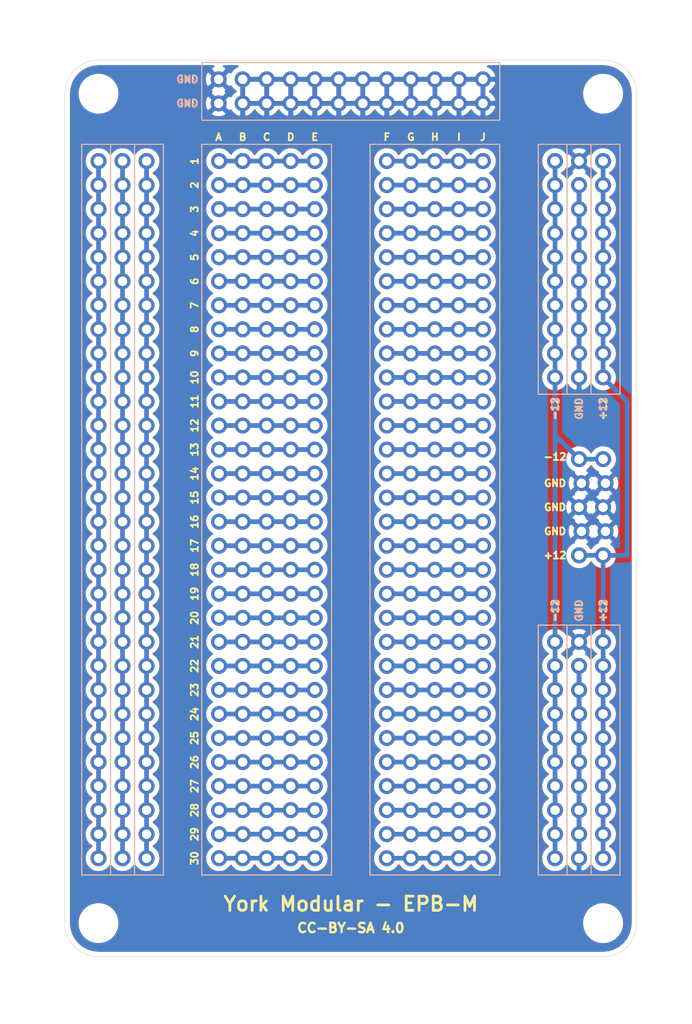
<source format=kicad_pcb>
(kicad_pcb (version 20171130) (host pcbnew "(5.1.12)-1")
  (layers (0 F.Cu signal) (31 B.Cu signal) (34 B.Paste user) (35 F.Paste user) (36 B.SilkS user) (37 F.SilkS user) (38 B.Mask user) (39 F.Mask user) (44 Edge.Cuts user))
  (net 0 "")
  (net 1 "Net-(J1-Pad30)")
  (net 2 "Net-(J1-Pad29)")
  (net 3 "Net-(J1-Pad28)")
  (net 4 "Net-(J1-Pad27)")
  (net 5 "Net-(J1-Pad26)")
  (net 6 "Net-(J1-Pad25)")
  (net 7 "Net-(J1-Pad24)")
  (net 8 "Net-(J1-Pad23)")
  (net 9 "Net-(J1-Pad22)")
  (net 10 "Net-(J1-Pad21)")
  (net 11 "Net-(J1-Pad20)")
  (net 12 "Net-(J1-Pad19)")
  (net 13 "Net-(J1-Pad18)")
  (net 14 "Net-(J1-Pad17)")
  (net 15 "Net-(J1-Pad16)")
  (net 16 "Net-(J1-Pad15)")
  (net 17 "Net-(J1-Pad14)")
  (net 18 "Net-(J1-Pad13)")
  (net 19 "Net-(J1-Pad12)")
  (net 20 "Net-(J1-Pad11)")
  (net 21 "Net-(J1-Pad10)")
  (net 22 "Net-(J1-Pad9)")
  (net 23 "Net-(J1-Pad8)")
  (net 24 "Net-(J1-Pad7)")
  (net 25 "Net-(J1-Pad6)")
  (net 26 "Net-(J1-Pad5)")
  (net 27 "Net-(J1-Pad4)")
  (net 28 "Net-(J1-Pad3)")
  (net 29 "Net-(J1-Pad2)")
  (net 30 "Net-(J1-Pad1)")
  (net 31 "Net-(J10-Pad30)")
  (net 32 "Net-(J10-Pad29)")
  (net 33 "Net-(J10-Pad28)")
  (net 34 "Net-(J10-Pad27)")
  (net 35 "Net-(J10-Pad26)")
  (net 36 "Net-(J10-Pad25)")
  (net 37 "Net-(J10-Pad24)")
  (net 38 "Net-(J10-Pad23)")
  (net 39 "Net-(J10-Pad22)")
  (net 40 "Net-(J10-Pad21)")
  (net 41 "Net-(J10-Pad20)")
  (net 42 "Net-(J10-Pad19)")
  (net 43 "Net-(J10-Pad18)")
  (net 44 "Net-(J10-Pad17)")
  (net 45 "Net-(J10-Pad16)")
  (net 46 "Net-(J10-Pad15)")
  (net 47 "Net-(J10-Pad14)")
  (net 48 "Net-(J10-Pad13)")
  (net 49 "Net-(J10-Pad12)")
  (net 50 "Net-(J10-Pad11)")
  (net 51 "Net-(J10-Pad10)")
  (net 52 "Net-(J10-Pad9)")
  (net 53 "Net-(J10-Pad8)")
  (net 54 "Net-(J10-Pad7)")
  (net 55 "Net-(J10-Pad6)")
  (net 56 "Net-(J10-Pad5)")
  (net 57 "Net-(J10-Pad4)")
  (net 58 "Net-(J10-Pad3)")
  (net 59 "Net-(J10-Pad2)")
  (net 60 "Net-(J10-Pad1)")
  (net 61 "Net-(J11-Pad1)")
  (net 62 "Net-(J12-Pad1)")
  (net 63 "Net-(J13-Pad1)")
  (net 64 -12V)
  (net 65 GND)
  (net 66 +12V)
  (module Connector_PinHeader_2.54mm:PinHeader_1x10_P2.54mm_Vertical (layer F.Cu) (at 131.826 111.76)
    (fp_text reference J20 hide)
    (fp_text value Conn_01x10 hide)
    (pad 10 thru_hole oval (at 0 22.86) (size 1.7 1.7) (drill 1) (layers *.Cu *.Mask) (net 66 +12V))
    (pad 9 thru_hole oval (at 0 20.32) (size 1.7 1.7) (drill 1) (layers *.Cu *.Mask) (net 66 +12V))
    (pad 8 thru_hole oval (at 0 17.78) (size 1.7 1.7) (drill 1) (layers *.Cu *.Mask) (net 66 +12V))
    (pad 7 thru_hole oval (at 0 15.24) (size 1.7 1.7) (drill 1) (layers *.Cu *.Mask) (net 66 +12V))
    (pad 6 thru_hole oval (at 0 12.7) (size 1.7 1.7) (drill 1) (layers *.Cu *.Mask) (net 66 +12V))
    (pad 5 thru_hole oval (at 0 10.16) (size 1.7 1.7) (drill 1) (layers *.Cu *.Mask) (net 66 +12V))
    (pad 4 thru_hole oval (at 0 7.62) (size 1.7 1.7) (drill 1) (layers *.Cu *.Mask) (net 66 +12V))
    (pad 3 thru_hole oval (at 0 5.08) (size 1.7 1.7) (drill 1) (layers *.Cu *.Mask) (net 66 +12V))
    (pad 2 thru_hole oval (at 0 2.54) (size 1.7 1.7) (drill 1) (layers *.Cu *.Mask) (net 66 +12V))
    (pad 1 thru_hole circle (at 0 0) (size 1.7 1.7) (drill 1) (layers *.Cu *.Mask) (net 66 +12V))
  )
  (module Connector_PinHeader_2.54mm:PinHeader_1x10_P2.54mm_Vertical (layer F.Cu) (at 126.746 111.76)
    (fp_text reference J16 hide)
    (fp_text value Conn_01x10 hide)
    (pad 10 thru_hole oval (at 0 22.86) (size 1.7 1.7) (drill 1) (layers *.Cu *.Mask) (net 64 -12V))
    (pad 9 thru_hole oval (at 0 20.32) (size 1.7 1.7) (drill 1) (layers *.Cu *.Mask) (net 64 -12V))
    (pad 8 thru_hole oval (at 0 17.78) (size 1.7 1.7) (drill 1) (layers *.Cu *.Mask) (net 64 -12V))
    (pad 7 thru_hole oval (at 0 15.24) (size 1.7 1.7) (drill 1) (layers *.Cu *.Mask) (net 64 -12V))
    (pad 6 thru_hole oval (at 0 12.7) (size 1.7 1.7) (drill 1) (layers *.Cu *.Mask) (net 64 -12V))
    (pad 5 thru_hole oval (at 0 10.16) (size 1.7 1.7) (drill 1) (layers *.Cu *.Mask) (net 64 -12V))
    (pad 4 thru_hole oval (at 0 7.62) (size 1.7 1.7) (drill 1) (layers *.Cu *.Mask) (net 64 -12V))
    (pad 3 thru_hole oval (at 0 5.08) (size 1.7 1.7) (drill 1) (layers *.Cu *.Mask) (net 64 -12V))
    (pad 2 thru_hole oval (at 0 2.54) (size 1.7 1.7) (drill 1) (layers *.Cu *.Mask) (net 64 -12V))
    (pad 1 thru_hole circle (at 0 0) (size 1.7 1.7) (drill 1) (layers *.Cu *.Mask) (net 64 -12V))
  )
  (module Connector_PinHeader_2.54mm:PinHeader_1x10_P2.54mm_Vertical (layer F.Cu) (at 129.286 111.76)
    (fp_text reference J18 hide)
    (fp_text value Conn_01x10 hide)
    (pad 10 thru_hole oval (at 0 22.86) (size 1.7 1.7) (drill 1) (layers *.Cu *.Mask) (net 65 GND))
    (pad 9 thru_hole oval (at 0 20.32) (size 1.7 1.7) (drill 1) (layers *.Cu *.Mask) (net 65 GND))
    (pad 8 thru_hole oval (at 0 17.78) (size 1.7 1.7) (drill 1) (layers *.Cu *.Mask) (net 65 GND))
    (pad 7 thru_hole oval (at 0 15.24) (size 1.7 1.7) (drill 1) (layers *.Cu *.Mask) (net 65 GND))
    (pad 6 thru_hole oval (at 0 12.7) (size 1.7 1.7) (drill 1) (layers *.Cu *.Mask) (net 65 GND))
    (pad 5 thru_hole oval (at 0 10.16) (size 1.7 1.7) (drill 1) (layers *.Cu *.Mask) (net 65 GND))
    (pad 4 thru_hole oval (at 0 7.62) (size 1.7 1.7) (drill 1) (layers *.Cu *.Mask) (net 65 GND))
    (pad 3 thru_hole oval (at 0 5.08) (size 1.7 1.7) (drill 1) (layers *.Cu *.Mask) (net 65 GND))
    (pad 2 thru_hole oval (at 0 2.54) (size 1.7 1.7) (drill 1) (layers *.Cu *.Mask) (net 65 GND))
    (pad 1 thru_hole circle (at 0 0) (size 1.7 1.7) (drill 1) (layers *.Cu *.Mask) (net 65 GND))
  )
  (module Connector_PinHeader_2.54mm:PinHeader_1x12_P2.54mm_Vertical (layer F.Cu) (at 91.186 54.864 90)
    (fp_text reference J21 hide)
    (fp_text value Conn_01x12)
    (pad 12 thru_hole oval (at 0 27.94 90) (size 1.7 1.7) (drill 1) (layers *.Cu *.Mask) (net 65 GND))
    (pad 11 thru_hole oval (at 0 25.4 90) (size 1.7 1.7) (drill 1) (layers *.Cu *.Mask) (net 65 GND))
    (pad 10 thru_hole oval (at 0 22.86 90) (size 1.7 1.7) (drill 1) (layers *.Cu *.Mask) (net 65 GND))
    (pad 9 thru_hole oval (at 0 20.32 90) (size 1.7 1.7) (drill 1) (layers *.Cu *.Mask) (net 65 GND))
    (pad 8 thru_hole oval (at 0 17.78 90) (size 1.7 1.7) (drill 1) (layers *.Cu *.Mask) (net 65 GND))
    (pad 7 thru_hole oval (at 0 15.24 90) (size 1.7 1.7) (drill 1) (layers *.Cu *.Mask) (net 65 GND))
    (pad 6 thru_hole oval (at 0 12.7 90) (size 1.7 1.7) (drill 1) (layers *.Cu *.Mask) (net 65 GND))
    (pad 5 thru_hole oval (at 0 10.16 90) (size 1.7 1.7) (drill 1) (layers *.Cu *.Mask) (net 65 GND))
    (pad 4 thru_hole oval (at 0 7.62 90) (size 1.7 1.7) (drill 1) (layers *.Cu *.Mask) (net 65 GND))
    (pad 3 thru_hole oval (at 0 5.08 90) (size 1.7 1.7) (drill 1) (layers *.Cu *.Mask) (net 65 GND))
    (pad 2 thru_hole oval (at 0 2.54 90) (size 1.7 1.7) (drill 1) (layers *.Cu *.Mask) (net 65 GND))
    (pad 1 thru_hole circle (at 0 0 90) (size 1.7 1.7) (drill 1) (layers *.Cu *.Mask) (net 65 GND))
  )
  (module Connector_PinHeader_2.54mm:PinHeader_1x12_P2.54mm_Vertical (layer F.Cu) (at 91.186 52.324 90)
    (fp_text reference J22 hide)
    (fp_text value Conn_01x12 hide)
    (pad 12 thru_hole oval (at 0 27.94 90) (size 1.7 1.7) (drill 1) (layers *.Cu *.Mask) (net 65 GND))
    (pad 11 thru_hole oval (at 0 25.4 90) (size 1.7 1.7) (drill 1) (layers *.Cu *.Mask) (net 65 GND))
    (pad 10 thru_hole oval (at 0 22.86 90) (size 1.7 1.7) (drill 1) (layers *.Cu *.Mask) (net 65 GND))
    (pad 9 thru_hole oval (at 0 20.32 90) (size 1.7 1.7) (drill 1) (layers *.Cu *.Mask) (net 65 GND))
    (pad 8 thru_hole oval (at 0 17.78 90) (size 1.7 1.7) (drill 1) (layers *.Cu *.Mask) (net 65 GND))
    (pad 7 thru_hole oval (at 0 15.24 90) (size 1.7 1.7) (drill 1) (layers *.Cu *.Mask) (net 65 GND))
    (pad 6 thru_hole oval (at 0 12.7 90) (size 1.7 1.7) (drill 1) (layers *.Cu *.Mask) (net 65 GND))
    (pad 5 thru_hole oval (at 0 10.16 90) (size 1.7 1.7) (drill 1) (layers *.Cu *.Mask) (net 65 GND))
    (pad 4 thru_hole oval (at 0 7.62 90) (size 1.7 1.7) (drill 1) (layers *.Cu *.Mask) (net 65 GND))
    (pad 3 thru_hole oval (at 0 5.08 90) (size 1.7 1.7) (drill 1) (layers *.Cu *.Mask) (net 65 GND))
    (pad 2 thru_hole oval (at 0 2.54 90) (size 1.7 1.7) (drill 1) (layers *.Cu *.Mask) (net 65 GND))
    (pad 1 thru_hole circle (at 0 0 90) (size 1.7 1.7) (drill 1) (layers *.Cu *.Mask) (net 65 GND))
  )
  (module Connector_PinHeader_2.54mm:PinHeader_1x10_P2.54mm_Vertical (layer F.Cu) (at 131.826 60.96)
    (fp_text reference J19 hide)
    (fp_text value Conn_01x10)
    (pad 10 thru_hole oval (at 0 22.86) (size 1.7 1.7) (drill 1) (layers *.Cu *.Mask) (net 66 +12V))
    (pad 9 thru_hole oval (at 0 20.32) (size 1.7 1.7) (drill 1) (layers *.Cu *.Mask) (net 66 +12V))
    (pad 8 thru_hole oval (at 0 17.78) (size 1.7 1.7) (drill 1) (layers *.Cu *.Mask) (net 66 +12V))
    (pad 7 thru_hole oval (at 0 15.24) (size 1.7 1.7) (drill 1) (layers *.Cu *.Mask) (net 66 +12V))
    (pad 6 thru_hole oval (at 0 12.7) (size 1.7 1.7) (drill 1) (layers *.Cu *.Mask) (net 66 +12V))
    (pad 5 thru_hole oval (at 0 10.16) (size 1.7 1.7) (drill 1) (layers *.Cu *.Mask) (net 66 +12V))
    (pad 4 thru_hole oval (at 0 7.62) (size 1.7 1.7) (drill 1) (layers *.Cu *.Mask) (net 66 +12V))
    (pad 3 thru_hole oval (at 0 5.08) (size 1.7 1.7) (drill 1) (layers *.Cu *.Mask) (net 66 +12V))
    (pad 2 thru_hole oval (at 0 2.54) (size 1.7 1.7) (drill 1) (layers *.Cu *.Mask) (net 66 +12V))
    (pad 1 thru_hole circle (at 0 0) (size 1.7 1.7) (drill 1) (layers *.Cu *.Mask) (net 66 +12V))
  )
  (module Connector_PinHeader_2.54mm:PinHeader_1x10_P2.54mm_Vertical (layer F.Cu) (at 126.746 60.96)
    (fp_text reference J15 hide)
    (fp_text value Conn_01x10)
    (pad 10 thru_hole oval (at 0 22.86) (size 1.7 1.7) (drill 1) (layers *.Cu *.Mask) (net 64 -12V))
    (pad 9 thru_hole oval (at 0 20.32) (size 1.7 1.7) (drill 1) (layers *.Cu *.Mask) (net 64 -12V))
    (pad 8 thru_hole oval (at 0 17.78) (size 1.7 1.7) (drill 1) (layers *.Cu *.Mask) (net 64 -12V))
    (pad 7 thru_hole oval (at 0 15.24) (size 1.7 1.7) (drill 1) (layers *.Cu *.Mask) (net 64 -12V))
    (pad 6 thru_hole oval (at 0 12.7) (size 1.7 1.7) (drill 1) (layers *.Cu *.Mask) (net 64 -12V))
    (pad 5 thru_hole oval (at 0 10.16) (size 1.7 1.7) (drill 1) (layers *.Cu *.Mask) (net 64 -12V))
    (pad 4 thru_hole oval (at 0 7.62) (size 1.7 1.7) (drill 1) (layers *.Cu *.Mask) (net 64 -12V))
    (pad 3 thru_hole oval (at 0 5.08) (size 1.7 1.7) (drill 1) (layers *.Cu *.Mask) (net 64 -12V))
    (pad 2 thru_hole oval (at 0 2.54) (size 1.7 1.7) (drill 1) (layers *.Cu *.Mask) (net 64 -12V))
    (pad 1 thru_hole circle (at 0 0) (size 1.7 1.7) (drill 1) (layers *.Cu *.Mask) (net 64 -12V))
  )
  (module Connector_PinHeader_2.54mm:PinHeader_1x10_P2.54mm_Vertical (layer F.Cu) (at 129.286 60.96)
    (fp_text reference J17 hide)
    (fp_text value Conn_01x10 hide)
    (pad 10 thru_hole oval (at 0 22.86) (size 1.7 1.7) (drill 1) (layers *.Cu *.Mask) (net 65 GND))
    (pad 9 thru_hole oval (at 0 20.32) (size 1.7 1.7) (drill 1) (layers *.Cu *.Mask) (net 65 GND))
    (pad 8 thru_hole oval (at 0 17.78) (size 1.7 1.7) (drill 1) (layers *.Cu *.Mask) (net 65 GND))
    (pad 7 thru_hole oval (at 0 15.24) (size 1.7 1.7) (drill 1) (layers *.Cu *.Mask) (net 65 GND))
    (pad 6 thru_hole oval (at 0 12.7) (size 1.7 1.7) (drill 1) (layers *.Cu *.Mask) (net 65 GND))
    (pad 5 thru_hole oval (at 0 10.16) (size 1.7 1.7) (drill 1) (layers *.Cu *.Mask) (net 65 GND))
    (pad 4 thru_hole oval (at 0 7.62) (size 1.7 1.7) (drill 1) (layers *.Cu *.Mask) (net 65 GND))
    (pad 3 thru_hole oval (at 0 5.08) (size 1.7 1.7) (drill 1) (layers *.Cu *.Mask) (net 65 GND))
    (pad 2 thru_hole oval (at 0 2.54) (size 1.7 1.7) (drill 1) (layers *.Cu *.Mask) (net 65 GND))
    (pad 1 thru_hole circle (at 0 0) (size 1.7 1.7) (drill 1) (layers *.Cu *.Mask) (net 65 GND))
  )
  (module Connector_PinHeader_2.54mm:PinHeader_1x30_P2.54mm_Vertical (layer F.Cu) (at 119.126 60.96)
    (fp_text reference J10 hide)
    (fp_text value Conn_01x30)
    (pad 30 thru_hole oval (at 0 73.66) (size 1.7 1.7) (drill 1) (layers *.Cu *.Mask) (net 31 "Net-(J10-Pad30)"))
    (pad 29 thru_hole oval (at 0 71.12) (size 1.7 1.7) (drill 1) (layers *.Cu *.Mask) (net 32 "Net-(J10-Pad29)"))
    (pad 28 thru_hole oval (at 0 68.58) (size 1.7 1.7) (drill 1) (layers *.Cu *.Mask) (net 33 "Net-(J10-Pad28)"))
    (pad 27 thru_hole oval (at 0 66.04) (size 1.7 1.7) (drill 1) (layers *.Cu *.Mask) (net 34 "Net-(J10-Pad27)"))
    (pad 26 thru_hole oval (at 0 63.5) (size 1.7 1.7) (drill 1) (layers *.Cu *.Mask) (net 35 "Net-(J10-Pad26)"))
    (pad 25 thru_hole oval (at 0 60.96) (size 1.7 1.7) (drill 1) (layers *.Cu *.Mask) (net 36 "Net-(J10-Pad25)"))
    (pad 24 thru_hole oval (at 0 58.42) (size 1.7 1.7) (drill 1) (layers *.Cu *.Mask) (net 37 "Net-(J10-Pad24)"))
    (pad 23 thru_hole oval (at 0 55.88) (size 1.7 1.7) (drill 1) (layers *.Cu *.Mask) (net 38 "Net-(J10-Pad23)"))
    (pad 22 thru_hole oval (at 0 53.34) (size 1.7 1.7) (drill 1) (layers *.Cu *.Mask) (net 39 "Net-(J10-Pad22)"))
    (pad 21 thru_hole oval (at 0 50.8) (size 1.7 1.7) (drill 1) (layers *.Cu *.Mask) (net 40 "Net-(J10-Pad21)"))
    (pad 20 thru_hole oval (at 0 48.26) (size 1.7 1.7) (drill 1) (layers *.Cu *.Mask) (net 41 "Net-(J10-Pad20)"))
    (pad 19 thru_hole oval (at 0 45.72) (size 1.7 1.7) (drill 1) (layers *.Cu *.Mask) (net 42 "Net-(J10-Pad19)"))
    (pad 18 thru_hole oval (at 0 43.18) (size 1.7 1.7) (drill 1) (layers *.Cu *.Mask) (net 43 "Net-(J10-Pad18)"))
    (pad 17 thru_hole oval (at 0 40.64) (size 1.7 1.7) (drill 1) (layers *.Cu *.Mask) (net 44 "Net-(J10-Pad17)"))
    (pad 16 thru_hole oval (at 0 38.1) (size 1.7 1.7) (drill 1) (layers *.Cu *.Mask) (net 45 "Net-(J10-Pad16)"))
    (pad 15 thru_hole oval (at 0 35.56) (size 1.7 1.7) (drill 1) (layers *.Cu *.Mask) (net 46 "Net-(J10-Pad15)"))
    (pad 14 thru_hole oval (at 0 33.02) (size 1.7 1.7) (drill 1) (layers *.Cu *.Mask) (net 47 "Net-(J10-Pad14)"))
    (pad 13 thru_hole oval (at 0 30.48) (size 1.7 1.7) (drill 1) (layers *.Cu *.Mask) (net 48 "Net-(J10-Pad13)"))
    (pad 12 thru_hole oval (at 0 27.94) (size 1.7 1.7) (drill 1) (layers *.Cu *.Mask) (net 49 "Net-(J10-Pad12)"))
    (pad 11 thru_hole oval (at 0 25.4) (size 1.7 1.7) (drill 1) (layers *.Cu *.Mask) (net 50 "Net-(J10-Pad11)"))
    (pad 10 thru_hole oval (at 0 22.86) (size 1.7 1.7) (drill 1) (layers *.Cu *.Mask) (net 51 "Net-(J10-Pad10)"))
    (pad 9 thru_hole oval (at 0 20.32) (size 1.7 1.7) (drill 1) (layers *.Cu *.Mask) (net 52 "Net-(J10-Pad9)"))
    (pad 8 thru_hole oval (at 0 17.78) (size 1.7 1.7) (drill 1) (layers *.Cu *.Mask) (net 53 "Net-(J10-Pad8)"))
    (pad 7 thru_hole oval (at 0 15.24) (size 1.7 1.7) (drill 1) (layers *.Cu *.Mask) (net 54 "Net-(J10-Pad7)"))
    (pad 6 thru_hole oval (at 0 12.7) (size 1.7 1.7) (drill 1) (layers *.Cu *.Mask) (net 55 "Net-(J10-Pad6)"))
    (pad 5 thru_hole oval (at 0 10.16) (size 1.7 1.7) (drill 1) (layers *.Cu *.Mask) (net 56 "Net-(J10-Pad5)"))
    (pad 4 thru_hole oval (at 0 7.62) (size 1.7 1.7) (drill 1) (layers *.Cu *.Mask) (net 57 "Net-(J10-Pad4)"))
    (pad 3 thru_hole oval (at 0 5.08) (size 1.7 1.7) (drill 1) (layers *.Cu *.Mask) (net 58 "Net-(J10-Pad3)"))
    (pad 2 thru_hole oval (at 0 2.54) (size 1.7 1.7) (drill 1) (layers *.Cu *.Mask) (net 59 "Net-(J10-Pad2)"))
    (pad 1 thru_hole circle (at 0 0) (size 1.7 1.7) (drill 1) (layers *.Cu *.Mask) (net 60 "Net-(J10-Pad1)"))
  )
  (module Connector_PinHeader_2.54mm:PinHeader_1x30_P2.54mm_Vertical (layer F.Cu) (at 116.586 60.96)
    (fp_text reference J9 hide)
    (fp_text value Conn_01x30)
    (pad 30 thru_hole oval (at 0 73.66) (size 1.7 1.7) (drill 1) (layers *.Cu *.Mask) (net 31 "Net-(J10-Pad30)"))
    (pad 29 thru_hole oval (at 0 71.12) (size 1.7 1.7) (drill 1) (layers *.Cu *.Mask) (net 32 "Net-(J10-Pad29)"))
    (pad 28 thru_hole oval (at 0 68.58) (size 1.7 1.7) (drill 1) (layers *.Cu *.Mask) (net 33 "Net-(J10-Pad28)"))
    (pad 27 thru_hole oval (at 0 66.04) (size 1.7 1.7) (drill 1) (layers *.Cu *.Mask) (net 34 "Net-(J10-Pad27)"))
    (pad 26 thru_hole oval (at 0 63.5) (size 1.7 1.7) (drill 1) (layers *.Cu *.Mask) (net 35 "Net-(J10-Pad26)"))
    (pad 25 thru_hole oval (at 0 60.96) (size 1.7 1.7) (drill 1) (layers *.Cu *.Mask) (net 36 "Net-(J10-Pad25)"))
    (pad 24 thru_hole oval (at 0 58.42) (size 1.7 1.7) (drill 1) (layers *.Cu *.Mask) (net 37 "Net-(J10-Pad24)"))
    (pad 23 thru_hole oval (at 0 55.88) (size 1.7 1.7) (drill 1) (layers *.Cu *.Mask) (net 38 "Net-(J10-Pad23)"))
    (pad 22 thru_hole oval (at 0 53.34) (size 1.7 1.7) (drill 1) (layers *.Cu *.Mask) (net 39 "Net-(J10-Pad22)"))
    (pad 21 thru_hole oval (at 0 50.8) (size 1.7 1.7) (drill 1) (layers *.Cu *.Mask) (net 40 "Net-(J10-Pad21)"))
    (pad 20 thru_hole oval (at 0 48.26) (size 1.7 1.7) (drill 1) (layers *.Cu *.Mask) (net 41 "Net-(J10-Pad20)"))
    (pad 19 thru_hole oval (at 0 45.72) (size 1.7 1.7) (drill 1) (layers *.Cu *.Mask) (net 42 "Net-(J10-Pad19)"))
    (pad 18 thru_hole oval (at 0 43.18) (size 1.7 1.7) (drill 1) (layers *.Cu *.Mask) (net 43 "Net-(J10-Pad18)"))
    (pad 17 thru_hole oval (at 0 40.64) (size 1.7 1.7) (drill 1) (layers *.Cu *.Mask) (net 44 "Net-(J10-Pad17)"))
    (pad 16 thru_hole oval (at 0 38.1) (size 1.7 1.7) (drill 1) (layers *.Cu *.Mask) (net 45 "Net-(J10-Pad16)"))
    (pad 15 thru_hole oval (at 0 35.56) (size 1.7 1.7) (drill 1) (layers *.Cu *.Mask) (net 46 "Net-(J10-Pad15)"))
    (pad 14 thru_hole oval (at 0 33.02) (size 1.7 1.7) (drill 1) (layers *.Cu *.Mask) (net 47 "Net-(J10-Pad14)"))
    (pad 13 thru_hole oval (at 0 30.48) (size 1.7 1.7) (drill 1) (layers *.Cu *.Mask) (net 48 "Net-(J10-Pad13)"))
    (pad 12 thru_hole oval (at 0 27.94) (size 1.7 1.7) (drill 1) (layers *.Cu *.Mask) (net 49 "Net-(J10-Pad12)"))
    (pad 11 thru_hole oval (at 0 25.4) (size 1.7 1.7) (drill 1) (layers *.Cu *.Mask) (net 50 "Net-(J10-Pad11)"))
    (pad 10 thru_hole oval (at 0 22.86) (size 1.7 1.7) (drill 1) (layers *.Cu *.Mask) (net 51 "Net-(J10-Pad10)"))
    (pad 9 thru_hole oval (at 0 20.32) (size 1.7 1.7) (drill 1) (layers *.Cu *.Mask) (net 52 "Net-(J10-Pad9)"))
    (pad 8 thru_hole oval (at 0 17.78) (size 1.7 1.7) (drill 1) (layers *.Cu *.Mask) (net 53 "Net-(J10-Pad8)"))
    (pad 7 thru_hole oval (at 0 15.24) (size 1.7 1.7) (drill 1) (layers *.Cu *.Mask) (net 54 "Net-(J10-Pad7)"))
    (pad 6 thru_hole oval (at 0 12.7) (size 1.7 1.7) (drill 1) (layers *.Cu *.Mask) (net 55 "Net-(J10-Pad6)"))
    (pad 5 thru_hole oval (at 0 10.16) (size 1.7 1.7) (drill 1) (layers *.Cu *.Mask) (net 56 "Net-(J10-Pad5)"))
    (pad 4 thru_hole oval (at 0 7.62) (size 1.7 1.7) (drill 1) (layers *.Cu *.Mask) (net 57 "Net-(J10-Pad4)"))
    (pad 3 thru_hole oval (at 0 5.08) (size 1.7 1.7) (drill 1) (layers *.Cu *.Mask) (net 58 "Net-(J10-Pad3)"))
    (pad 2 thru_hole oval (at 0 2.54) (size 1.7 1.7) (drill 1) (layers *.Cu *.Mask) (net 59 "Net-(J10-Pad2)"))
    (pad 1 thru_hole circle (at 0 0) (size 1.7 1.7) (drill 1) (layers *.Cu *.Mask) (net 60 "Net-(J10-Pad1)"))
  )
  (module Connector_PinHeader_2.54mm:PinHeader_1x30_P2.54mm_Vertical (layer F.Cu) (at 114.046 60.96)
    (fp_text reference J8 hide)
    (fp_text value Conn_01x30 hide)
    (pad 30 thru_hole oval (at 0 73.66) (size 1.7 1.7) (drill 1) (layers *.Cu *.Mask) (net 31 "Net-(J10-Pad30)"))
    (pad 29 thru_hole oval (at 0 71.12) (size 1.7 1.7) (drill 1) (layers *.Cu *.Mask) (net 32 "Net-(J10-Pad29)"))
    (pad 28 thru_hole oval (at 0 68.58) (size 1.7 1.7) (drill 1) (layers *.Cu *.Mask) (net 33 "Net-(J10-Pad28)"))
    (pad 27 thru_hole oval (at 0 66.04) (size 1.7 1.7) (drill 1) (layers *.Cu *.Mask) (net 34 "Net-(J10-Pad27)"))
    (pad 26 thru_hole oval (at 0 63.5) (size 1.7 1.7) (drill 1) (layers *.Cu *.Mask) (net 35 "Net-(J10-Pad26)"))
    (pad 25 thru_hole oval (at 0 60.96) (size 1.7 1.7) (drill 1) (layers *.Cu *.Mask) (net 36 "Net-(J10-Pad25)"))
    (pad 24 thru_hole oval (at 0 58.42) (size 1.7 1.7) (drill 1) (layers *.Cu *.Mask) (net 37 "Net-(J10-Pad24)"))
    (pad 23 thru_hole oval (at 0 55.88) (size 1.7 1.7) (drill 1) (layers *.Cu *.Mask) (net 38 "Net-(J10-Pad23)"))
    (pad 22 thru_hole oval (at 0 53.34) (size 1.7 1.7) (drill 1) (layers *.Cu *.Mask) (net 39 "Net-(J10-Pad22)"))
    (pad 21 thru_hole oval (at 0 50.8) (size 1.7 1.7) (drill 1) (layers *.Cu *.Mask) (net 40 "Net-(J10-Pad21)"))
    (pad 20 thru_hole oval (at 0 48.26) (size 1.7 1.7) (drill 1) (layers *.Cu *.Mask) (net 41 "Net-(J10-Pad20)"))
    (pad 19 thru_hole oval (at 0 45.72) (size 1.7 1.7) (drill 1) (layers *.Cu *.Mask) (net 42 "Net-(J10-Pad19)"))
    (pad 18 thru_hole oval (at 0 43.18) (size 1.7 1.7) (drill 1) (layers *.Cu *.Mask) (net 43 "Net-(J10-Pad18)"))
    (pad 17 thru_hole oval (at 0 40.64) (size 1.7 1.7) (drill 1) (layers *.Cu *.Mask) (net 44 "Net-(J10-Pad17)"))
    (pad 16 thru_hole oval (at 0 38.1) (size 1.7 1.7) (drill 1) (layers *.Cu *.Mask) (net 45 "Net-(J10-Pad16)"))
    (pad 15 thru_hole oval (at 0 35.56) (size 1.7 1.7) (drill 1) (layers *.Cu *.Mask) (net 46 "Net-(J10-Pad15)"))
    (pad 14 thru_hole oval (at 0 33.02) (size 1.7 1.7) (drill 1) (layers *.Cu *.Mask) (net 47 "Net-(J10-Pad14)"))
    (pad 13 thru_hole oval (at 0 30.48) (size 1.7 1.7) (drill 1) (layers *.Cu *.Mask) (net 48 "Net-(J10-Pad13)"))
    (pad 12 thru_hole oval (at 0 27.94) (size 1.7 1.7) (drill 1) (layers *.Cu *.Mask) (net 49 "Net-(J10-Pad12)"))
    (pad 11 thru_hole oval (at 0 25.4) (size 1.7 1.7) (drill 1) (layers *.Cu *.Mask) (net 50 "Net-(J10-Pad11)"))
    (pad 10 thru_hole oval (at 0 22.86) (size 1.7 1.7) (drill 1) (layers *.Cu *.Mask) (net 51 "Net-(J10-Pad10)"))
    (pad 9 thru_hole oval (at 0 20.32) (size 1.7 1.7) (drill 1) (layers *.Cu *.Mask) (net 52 "Net-(J10-Pad9)"))
    (pad 8 thru_hole oval (at 0 17.78) (size 1.7 1.7) (drill 1) (layers *.Cu *.Mask) (net 53 "Net-(J10-Pad8)"))
    (pad 7 thru_hole oval (at 0 15.24) (size 1.7 1.7) (drill 1) (layers *.Cu *.Mask) (net 54 "Net-(J10-Pad7)"))
    (pad 6 thru_hole oval (at 0 12.7) (size 1.7 1.7) (drill 1) (layers *.Cu *.Mask) (net 55 "Net-(J10-Pad6)"))
    (pad 5 thru_hole oval (at 0 10.16) (size 1.7 1.7) (drill 1) (layers *.Cu *.Mask) (net 56 "Net-(J10-Pad5)"))
    (pad 4 thru_hole oval (at 0 7.62) (size 1.7 1.7) (drill 1) (layers *.Cu *.Mask) (net 57 "Net-(J10-Pad4)"))
    (pad 3 thru_hole oval (at 0 5.08) (size 1.7 1.7) (drill 1) (layers *.Cu *.Mask) (net 58 "Net-(J10-Pad3)"))
    (pad 2 thru_hole oval (at 0 2.54) (size 1.7 1.7) (drill 1) (layers *.Cu *.Mask) (net 59 "Net-(J10-Pad2)"))
    (pad 1 thru_hole circle (at 0 0) (size 1.7 1.7) (drill 1) (layers *.Cu *.Mask) (net 60 "Net-(J10-Pad1)"))
  )
  (module Connector_PinHeader_2.54mm:PinHeader_1x30_P2.54mm_Vertical (layer F.Cu) (at 111.506 60.96)
    (fp_text reference J7 hide)
    (fp_text value Conn_01x30)
    (pad 30 thru_hole oval (at 0 73.66) (size 1.7 1.7) (drill 1) (layers *.Cu *.Mask) (net 31 "Net-(J10-Pad30)"))
    (pad 29 thru_hole oval (at 0 71.12) (size 1.7 1.7) (drill 1) (layers *.Cu *.Mask) (net 32 "Net-(J10-Pad29)"))
    (pad 28 thru_hole oval (at 0 68.58) (size 1.7 1.7) (drill 1) (layers *.Cu *.Mask) (net 33 "Net-(J10-Pad28)"))
    (pad 27 thru_hole oval (at 0 66.04) (size 1.7 1.7) (drill 1) (layers *.Cu *.Mask) (net 34 "Net-(J10-Pad27)"))
    (pad 26 thru_hole oval (at 0 63.5) (size 1.7 1.7) (drill 1) (layers *.Cu *.Mask) (net 35 "Net-(J10-Pad26)"))
    (pad 25 thru_hole oval (at 0 60.96) (size 1.7 1.7) (drill 1) (layers *.Cu *.Mask) (net 36 "Net-(J10-Pad25)"))
    (pad 24 thru_hole oval (at 0 58.42) (size 1.7 1.7) (drill 1) (layers *.Cu *.Mask) (net 37 "Net-(J10-Pad24)"))
    (pad 23 thru_hole oval (at 0 55.88) (size 1.7 1.7) (drill 1) (layers *.Cu *.Mask) (net 38 "Net-(J10-Pad23)"))
    (pad 22 thru_hole oval (at 0 53.34) (size 1.7 1.7) (drill 1) (layers *.Cu *.Mask) (net 39 "Net-(J10-Pad22)"))
    (pad 21 thru_hole oval (at 0 50.8) (size 1.7 1.7) (drill 1) (layers *.Cu *.Mask) (net 40 "Net-(J10-Pad21)"))
    (pad 20 thru_hole oval (at 0 48.26) (size 1.7 1.7) (drill 1) (layers *.Cu *.Mask) (net 41 "Net-(J10-Pad20)"))
    (pad 19 thru_hole oval (at 0 45.72) (size 1.7 1.7) (drill 1) (layers *.Cu *.Mask) (net 42 "Net-(J10-Pad19)"))
    (pad 18 thru_hole oval (at 0 43.18) (size 1.7 1.7) (drill 1) (layers *.Cu *.Mask) (net 43 "Net-(J10-Pad18)"))
    (pad 17 thru_hole oval (at 0 40.64) (size 1.7 1.7) (drill 1) (layers *.Cu *.Mask) (net 44 "Net-(J10-Pad17)"))
    (pad 16 thru_hole oval (at 0 38.1) (size 1.7 1.7) (drill 1) (layers *.Cu *.Mask) (net 45 "Net-(J10-Pad16)"))
    (pad 15 thru_hole oval (at 0 35.56) (size 1.7 1.7) (drill 1) (layers *.Cu *.Mask) (net 46 "Net-(J10-Pad15)"))
    (pad 14 thru_hole oval (at 0 33.02) (size 1.7 1.7) (drill 1) (layers *.Cu *.Mask) (net 47 "Net-(J10-Pad14)"))
    (pad 13 thru_hole oval (at 0 30.48) (size 1.7 1.7) (drill 1) (layers *.Cu *.Mask) (net 48 "Net-(J10-Pad13)"))
    (pad 12 thru_hole oval (at 0 27.94) (size 1.7 1.7) (drill 1) (layers *.Cu *.Mask) (net 49 "Net-(J10-Pad12)"))
    (pad 11 thru_hole oval (at 0 25.4) (size 1.7 1.7) (drill 1) (layers *.Cu *.Mask) (net 50 "Net-(J10-Pad11)"))
    (pad 10 thru_hole oval (at 0 22.86) (size 1.7 1.7) (drill 1) (layers *.Cu *.Mask) (net 51 "Net-(J10-Pad10)"))
    (pad 9 thru_hole oval (at 0 20.32) (size 1.7 1.7) (drill 1) (layers *.Cu *.Mask) (net 52 "Net-(J10-Pad9)"))
    (pad 8 thru_hole oval (at 0 17.78) (size 1.7 1.7) (drill 1) (layers *.Cu *.Mask) (net 53 "Net-(J10-Pad8)"))
    (pad 7 thru_hole oval (at 0 15.24) (size 1.7 1.7) (drill 1) (layers *.Cu *.Mask) (net 54 "Net-(J10-Pad7)"))
    (pad 6 thru_hole oval (at 0 12.7) (size 1.7 1.7) (drill 1) (layers *.Cu *.Mask) (net 55 "Net-(J10-Pad6)"))
    (pad 5 thru_hole oval (at 0 10.16) (size 1.7 1.7) (drill 1) (layers *.Cu *.Mask) (net 56 "Net-(J10-Pad5)"))
    (pad 4 thru_hole oval (at 0 7.62) (size 1.7 1.7) (drill 1) (layers *.Cu *.Mask) (net 57 "Net-(J10-Pad4)"))
    (pad 3 thru_hole oval (at 0 5.08) (size 1.7 1.7) (drill 1) (layers *.Cu *.Mask) (net 58 "Net-(J10-Pad3)"))
    (pad 2 thru_hole oval (at 0 2.54) (size 1.7 1.7) (drill 1) (layers *.Cu *.Mask) (net 59 "Net-(J10-Pad2)"))
    (pad 1 thru_hole circle (at 0 0) (size 1.7 1.7) (drill 1) (layers *.Cu *.Mask) (net 60 "Net-(J10-Pad1)"))
  )
  (module Connector_PinHeader_2.54mm:PinHeader_1x30_P2.54mm_Vertical (layer F.Cu) (at 108.966 60.96)
    (fp_text reference J6 hide)
    (fp_text value Conn_01x30)
    (pad 30 thru_hole oval (at 0 73.66) (size 1.7 1.7) (drill 1) (layers *.Cu *.Mask) (net 31 "Net-(J10-Pad30)"))
    (pad 29 thru_hole oval (at 0 71.12) (size 1.7 1.7) (drill 1) (layers *.Cu *.Mask) (net 32 "Net-(J10-Pad29)"))
    (pad 28 thru_hole oval (at 0 68.58) (size 1.7 1.7) (drill 1) (layers *.Cu *.Mask) (net 33 "Net-(J10-Pad28)"))
    (pad 27 thru_hole oval (at 0 66.04) (size 1.7 1.7) (drill 1) (layers *.Cu *.Mask) (net 34 "Net-(J10-Pad27)"))
    (pad 26 thru_hole oval (at 0 63.5) (size 1.7 1.7) (drill 1) (layers *.Cu *.Mask) (net 35 "Net-(J10-Pad26)"))
    (pad 25 thru_hole oval (at 0 60.96) (size 1.7 1.7) (drill 1) (layers *.Cu *.Mask) (net 36 "Net-(J10-Pad25)"))
    (pad 24 thru_hole oval (at 0 58.42) (size 1.7 1.7) (drill 1) (layers *.Cu *.Mask) (net 37 "Net-(J10-Pad24)"))
    (pad 23 thru_hole oval (at 0 55.88) (size 1.7 1.7) (drill 1) (layers *.Cu *.Mask) (net 38 "Net-(J10-Pad23)"))
    (pad 22 thru_hole oval (at 0 53.34) (size 1.7 1.7) (drill 1) (layers *.Cu *.Mask) (net 39 "Net-(J10-Pad22)"))
    (pad 21 thru_hole oval (at 0 50.8) (size 1.7 1.7) (drill 1) (layers *.Cu *.Mask) (net 40 "Net-(J10-Pad21)"))
    (pad 20 thru_hole oval (at 0 48.26) (size 1.7 1.7) (drill 1) (layers *.Cu *.Mask) (net 41 "Net-(J10-Pad20)"))
    (pad 19 thru_hole oval (at 0 45.72) (size 1.7 1.7) (drill 1) (layers *.Cu *.Mask) (net 42 "Net-(J10-Pad19)"))
    (pad 18 thru_hole oval (at 0 43.18) (size 1.7 1.7) (drill 1) (layers *.Cu *.Mask) (net 43 "Net-(J10-Pad18)"))
    (pad 17 thru_hole oval (at 0 40.64) (size 1.7 1.7) (drill 1) (layers *.Cu *.Mask) (net 44 "Net-(J10-Pad17)"))
    (pad 16 thru_hole oval (at 0 38.1) (size 1.7 1.7) (drill 1) (layers *.Cu *.Mask) (net 45 "Net-(J10-Pad16)"))
    (pad 15 thru_hole oval (at 0 35.56) (size 1.7 1.7) (drill 1) (layers *.Cu *.Mask) (net 46 "Net-(J10-Pad15)"))
    (pad 14 thru_hole oval (at 0 33.02) (size 1.7 1.7) (drill 1) (layers *.Cu *.Mask) (net 47 "Net-(J10-Pad14)"))
    (pad 13 thru_hole oval (at 0 30.48) (size 1.7 1.7) (drill 1) (layers *.Cu *.Mask) (net 48 "Net-(J10-Pad13)"))
    (pad 12 thru_hole oval (at 0 27.94) (size 1.7 1.7) (drill 1) (layers *.Cu *.Mask) (net 49 "Net-(J10-Pad12)"))
    (pad 11 thru_hole oval (at 0 25.4) (size 1.7 1.7) (drill 1) (layers *.Cu *.Mask) (net 50 "Net-(J10-Pad11)"))
    (pad 10 thru_hole oval (at 0 22.86) (size 1.7 1.7) (drill 1) (layers *.Cu *.Mask) (net 51 "Net-(J10-Pad10)"))
    (pad 9 thru_hole oval (at 0 20.32) (size 1.7 1.7) (drill 1) (layers *.Cu *.Mask) (net 52 "Net-(J10-Pad9)"))
    (pad 8 thru_hole oval (at 0 17.78) (size 1.7 1.7) (drill 1) (layers *.Cu *.Mask) (net 53 "Net-(J10-Pad8)"))
    (pad 7 thru_hole oval (at 0 15.24) (size 1.7 1.7) (drill 1) (layers *.Cu *.Mask) (net 54 "Net-(J10-Pad7)"))
    (pad 6 thru_hole oval (at 0 12.7) (size 1.7 1.7) (drill 1) (layers *.Cu *.Mask) (net 55 "Net-(J10-Pad6)"))
    (pad 5 thru_hole oval (at 0 10.16) (size 1.7 1.7) (drill 1) (layers *.Cu *.Mask) (net 56 "Net-(J10-Pad5)"))
    (pad 4 thru_hole oval (at 0 7.62) (size 1.7 1.7) (drill 1) (layers *.Cu *.Mask) (net 57 "Net-(J10-Pad4)"))
    (pad 3 thru_hole oval (at 0 5.08) (size 1.7 1.7) (drill 1) (layers *.Cu *.Mask) (net 58 "Net-(J10-Pad3)"))
    (pad 2 thru_hole oval (at 0 2.54) (size 1.7 1.7) (drill 1) (layers *.Cu *.Mask) (net 59 "Net-(J10-Pad2)"))
    (pad 1 thru_hole circle (at 0 0) (size 1.7 1.7) (drill 1) (layers *.Cu *.Mask) (net 60 "Net-(J10-Pad1)"))
  )
  (module Connector_PinHeader_2.54mm:PinHeader_1x30_P2.54mm_Vertical (layer F.Cu) (at 101.346 60.96)
    (fp_text reference J5 hide)
    (fp_text value Conn_01x30 hide)
    (pad 30 thru_hole oval (at 0 73.66) (size 1.7 1.7) (drill 1) (layers *.Cu *.Mask) (net 1 "Net-(J1-Pad30)"))
    (pad 29 thru_hole oval (at 0 71.12) (size 1.7 1.7) (drill 1) (layers *.Cu *.Mask) (net 2 "Net-(J1-Pad29)"))
    (pad 28 thru_hole oval (at 0 68.58) (size 1.7 1.7) (drill 1) (layers *.Cu *.Mask) (net 3 "Net-(J1-Pad28)"))
    (pad 27 thru_hole oval (at 0 66.04) (size 1.7 1.7) (drill 1) (layers *.Cu *.Mask) (net 4 "Net-(J1-Pad27)"))
    (pad 26 thru_hole oval (at 0 63.5) (size 1.7 1.7) (drill 1) (layers *.Cu *.Mask) (net 5 "Net-(J1-Pad26)"))
    (pad 25 thru_hole oval (at 0 60.96) (size 1.7 1.7) (drill 1) (layers *.Cu *.Mask) (net 6 "Net-(J1-Pad25)"))
    (pad 24 thru_hole oval (at 0 58.42) (size 1.7 1.7) (drill 1) (layers *.Cu *.Mask) (net 7 "Net-(J1-Pad24)"))
    (pad 23 thru_hole oval (at 0 55.88) (size 1.7 1.7) (drill 1) (layers *.Cu *.Mask) (net 8 "Net-(J1-Pad23)"))
    (pad 22 thru_hole oval (at 0 53.34) (size 1.7 1.7) (drill 1) (layers *.Cu *.Mask) (net 9 "Net-(J1-Pad22)"))
    (pad 21 thru_hole oval (at 0 50.8) (size 1.7 1.7) (drill 1) (layers *.Cu *.Mask) (net 10 "Net-(J1-Pad21)"))
    (pad 20 thru_hole oval (at 0 48.26) (size 1.7 1.7) (drill 1) (layers *.Cu *.Mask) (net 11 "Net-(J1-Pad20)"))
    (pad 19 thru_hole oval (at 0 45.72) (size 1.7 1.7) (drill 1) (layers *.Cu *.Mask) (net 12 "Net-(J1-Pad19)"))
    (pad 18 thru_hole oval (at 0 43.18) (size 1.7 1.7) (drill 1) (layers *.Cu *.Mask) (net 13 "Net-(J1-Pad18)"))
    (pad 17 thru_hole oval (at 0 40.64) (size 1.7 1.7) (drill 1) (layers *.Cu *.Mask) (net 14 "Net-(J1-Pad17)"))
    (pad 16 thru_hole oval (at 0 38.1) (size 1.7 1.7) (drill 1) (layers *.Cu *.Mask) (net 15 "Net-(J1-Pad16)"))
    (pad 15 thru_hole oval (at 0 35.56) (size 1.7 1.7) (drill 1) (layers *.Cu *.Mask) (net 16 "Net-(J1-Pad15)"))
    (pad 14 thru_hole oval (at 0 33.02) (size 1.7 1.7) (drill 1) (layers *.Cu *.Mask) (net 17 "Net-(J1-Pad14)"))
    (pad 13 thru_hole oval (at 0 30.48) (size 1.7 1.7) (drill 1) (layers *.Cu *.Mask) (net 18 "Net-(J1-Pad13)"))
    (pad 12 thru_hole oval (at 0 27.94) (size 1.7 1.7) (drill 1) (layers *.Cu *.Mask) (net 19 "Net-(J1-Pad12)"))
    (pad 11 thru_hole oval (at 0 25.4) (size 1.7 1.7) (drill 1) (layers *.Cu *.Mask) (net 20 "Net-(J1-Pad11)"))
    (pad 10 thru_hole oval (at 0 22.86) (size 1.7 1.7) (drill 1) (layers *.Cu *.Mask) (net 21 "Net-(J1-Pad10)"))
    (pad 9 thru_hole oval (at 0 20.32) (size 1.7 1.7) (drill 1) (layers *.Cu *.Mask) (net 22 "Net-(J1-Pad9)"))
    (pad 8 thru_hole oval (at 0 17.78) (size 1.7 1.7) (drill 1) (layers *.Cu *.Mask) (net 23 "Net-(J1-Pad8)"))
    (pad 7 thru_hole oval (at 0 15.24) (size 1.7 1.7) (drill 1) (layers *.Cu *.Mask) (net 24 "Net-(J1-Pad7)"))
    (pad 6 thru_hole oval (at 0 12.7) (size 1.7 1.7) (drill 1) (layers *.Cu *.Mask) (net 25 "Net-(J1-Pad6)"))
    (pad 5 thru_hole oval (at 0 10.16) (size 1.7 1.7) (drill 1) (layers *.Cu *.Mask) (net 26 "Net-(J1-Pad5)"))
    (pad 4 thru_hole oval (at 0 7.62) (size 1.7 1.7) (drill 1) (layers *.Cu *.Mask) (net 27 "Net-(J1-Pad4)"))
    (pad 3 thru_hole oval (at 0 5.08) (size 1.7 1.7) (drill 1) (layers *.Cu *.Mask) (net 28 "Net-(J1-Pad3)"))
    (pad 2 thru_hole oval (at 0 2.54) (size 1.7 1.7) (drill 1) (layers *.Cu *.Mask) (net 29 "Net-(J1-Pad2)"))
    (pad 1 thru_hole circle (at 0 0) (size 1.7 1.7) (drill 1) (layers *.Cu *.Mask) (net 30 "Net-(J1-Pad1)"))
  )
  (module Connector_PinHeader_2.54mm:PinHeader_1x30_P2.54mm_Vertical (layer F.Cu) (at 98.806 60.96)
    (fp_text reference J4 hide)
    (fp_text value Conn_01x30 hide)
    (pad 30 thru_hole oval (at 0 73.66) (size 1.7 1.7) (drill 1) (layers *.Cu *.Mask) (net 1 "Net-(J1-Pad30)"))
    (pad 29 thru_hole oval (at 0 71.12) (size 1.7 1.7) (drill 1) (layers *.Cu *.Mask) (net 2 "Net-(J1-Pad29)"))
    (pad 28 thru_hole oval (at 0 68.58) (size 1.7 1.7) (drill 1) (layers *.Cu *.Mask) (net 3 "Net-(J1-Pad28)"))
    (pad 27 thru_hole oval (at 0 66.04) (size 1.7 1.7) (drill 1) (layers *.Cu *.Mask) (net 4 "Net-(J1-Pad27)"))
    (pad 26 thru_hole oval (at 0 63.5) (size 1.7 1.7) (drill 1) (layers *.Cu *.Mask) (net 5 "Net-(J1-Pad26)"))
    (pad 25 thru_hole oval (at 0 60.96) (size 1.7 1.7) (drill 1) (layers *.Cu *.Mask) (net 6 "Net-(J1-Pad25)"))
    (pad 24 thru_hole oval (at 0 58.42) (size 1.7 1.7) (drill 1) (layers *.Cu *.Mask) (net 7 "Net-(J1-Pad24)"))
    (pad 23 thru_hole oval (at 0 55.88) (size 1.7 1.7) (drill 1) (layers *.Cu *.Mask) (net 8 "Net-(J1-Pad23)"))
    (pad 22 thru_hole oval (at 0 53.34) (size 1.7 1.7) (drill 1) (layers *.Cu *.Mask) (net 9 "Net-(J1-Pad22)"))
    (pad 21 thru_hole oval (at 0 50.8) (size 1.7 1.7) (drill 1) (layers *.Cu *.Mask) (net 10 "Net-(J1-Pad21)"))
    (pad 20 thru_hole oval (at 0 48.26) (size 1.7 1.7) (drill 1) (layers *.Cu *.Mask) (net 11 "Net-(J1-Pad20)"))
    (pad 19 thru_hole oval (at 0 45.72) (size 1.7 1.7) (drill 1) (layers *.Cu *.Mask) (net 12 "Net-(J1-Pad19)"))
    (pad 18 thru_hole oval (at 0 43.18) (size 1.7 1.7) (drill 1) (layers *.Cu *.Mask) (net 13 "Net-(J1-Pad18)"))
    (pad 17 thru_hole oval (at 0 40.64) (size 1.7 1.7) (drill 1) (layers *.Cu *.Mask) (net 14 "Net-(J1-Pad17)"))
    (pad 16 thru_hole oval (at 0 38.1) (size 1.7 1.7) (drill 1) (layers *.Cu *.Mask) (net 15 "Net-(J1-Pad16)"))
    (pad 15 thru_hole oval (at 0 35.56) (size 1.7 1.7) (drill 1) (layers *.Cu *.Mask) (net 16 "Net-(J1-Pad15)"))
    (pad 14 thru_hole oval (at 0 33.02) (size 1.7 1.7) (drill 1) (layers *.Cu *.Mask) (net 17 "Net-(J1-Pad14)"))
    (pad 13 thru_hole oval (at 0 30.48) (size 1.7 1.7) (drill 1) (layers *.Cu *.Mask) (net 18 "Net-(J1-Pad13)"))
    (pad 12 thru_hole oval (at 0 27.94) (size 1.7 1.7) (drill 1) (layers *.Cu *.Mask) (net 19 "Net-(J1-Pad12)"))
    (pad 11 thru_hole oval (at 0 25.4) (size 1.7 1.7) (drill 1) (layers *.Cu *.Mask) (net 20 "Net-(J1-Pad11)"))
    (pad 10 thru_hole oval (at 0 22.86) (size 1.7 1.7) (drill 1) (layers *.Cu *.Mask) (net 21 "Net-(J1-Pad10)"))
    (pad 9 thru_hole oval (at 0 20.32) (size 1.7 1.7) (drill 1) (layers *.Cu *.Mask) (net 22 "Net-(J1-Pad9)"))
    (pad 8 thru_hole oval (at 0 17.78) (size 1.7 1.7) (drill 1) (layers *.Cu *.Mask) (net 23 "Net-(J1-Pad8)"))
    (pad 7 thru_hole oval (at 0 15.24) (size 1.7 1.7) (drill 1) (layers *.Cu *.Mask) (net 24 "Net-(J1-Pad7)"))
    (pad 6 thru_hole oval (at 0 12.7) (size 1.7 1.7) (drill 1) (layers *.Cu *.Mask) (net 25 "Net-(J1-Pad6)"))
    (pad 5 thru_hole oval (at 0 10.16) (size 1.7 1.7) (drill 1) (layers *.Cu *.Mask) (net 26 "Net-(J1-Pad5)"))
    (pad 4 thru_hole oval (at 0 7.62) (size 1.7 1.7) (drill 1) (layers *.Cu *.Mask) (net 27 "Net-(J1-Pad4)"))
    (pad 3 thru_hole oval (at 0 5.08) (size 1.7 1.7) (drill 1) (layers *.Cu *.Mask) (net 28 "Net-(J1-Pad3)"))
    (pad 2 thru_hole oval (at 0 2.54) (size 1.7 1.7) (drill 1) (layers *.Cu *.Mask) (net 29 "Net-(J1-Pad2)"))
    (pad 1 thru_hole circle (at 0 0) (size 1.7 1.7) (drill 1) (layers *.Cu *.Mask) (net 30 "Net-(J1-Pad1)"))
  )
  (module Connector_PinHeader_2.54mm:PinHeader_1x30_P2.54mm_Vertical (layer F.Cu) (at 96.266 60.96)
    (fp_text reference J3 hide)
    (fp_text value Conn_01x30)
    (pad 30 thru_hole oval (at 0 73.66) (size 1.7 1.7) (drill 1) (layers *.Cu *.Mask) (net 1 "Net-(J1-Pad30)"))
    (pad 29 thru_hole oval (at 0 71.12) (size 1.7 1.7) (drill 1) (layers *.Cu *.Mask) (net 2 "Net-(J1-Pad29)"))
    (pad 28 thru_hole oval (at 0 68.58) (size 1.7 1.7) (drill 1) (layers *.Cu *.Mask) (net 3 "Net-(J1-Pad28)"))
    (pad 27 thru_hole oval (at 0 66.04) (size 1.7 1.7) (drill 1) (layers *.Cu *.Mask) (net 4 "Net-(J1-Pad27)"))
    (pad 26 thru_hole oval (at 0 63.5) (size 1.7 1.7) (drill 1) (layers *.Cu *.Mask) (net 5 "Net-(J1-Pad26)"))
    (pad 25 thru_hole oval (at 0 60.96) (size 1.7 1.7) (drill 1) (layers *.Cu *.Mask) (net 6 "Net-(J1-Pad25)"))
    (pad 24 thru_hole oval (at 0 58.42) (size 1.7 1.7) (drill 1) (layers *.Cu *.Mask) (net 7 "Net-(J1-Pad24)"))
    (pad 23 thru_hole oval (at 0 55.88) (size 1.7 1.7) (drill 1) (layers *.Cu *.Mask) (net 8 "Net-(J1-Pad23)"))
    (pad 22 thru_hole oval (at 0 53.34) (size 1.7 1.7) (drill 1) (layers *.Cu *.Mask) (net 9 "Net-(J1-Pad22)"))
    (pad 21 thru_hole oval (at 0 50.8) (size 1.7 1.7) (drill 1) (layers *.Cu *.Mask) (net 10 "Net-(J1-Pad21)"))
    (pad 20 thru_hole oval (at 0 48.26) (size 1.7 1.7) (drill 1) (layers *.Cu *.Mask) (net 11 "Net-(J1-Pad20)"))
    (pad 19 thru_hole oval (at 0 45.72) (size 1.7 1.7) (drill 1) (layers *.Cu *.Mask) (net 12 "Net-(J1-Pad19)"))
    (pad 18 thru_hole oval (at 0 43.18) (size 1.7 1.7) (drill 1) (layers *.Cu *.Mask) (net 13 "Net-(J1-Pad18)"))
    (pad 17 thru_hole oval (at 0 40.64) (size 1.7 1.7) (drill 1) (layers *.Cu *.Mask) (net 14 "Net-(J1-Pad17)"))
    (pad 16 thru_hole oval (at 0 38.1) (size 1.7 1.7) (drill 1) (layers *.Cu *.Mask) (net 15 "Net-(J1-Pad16)"))
    (pad 15 thru_hole oval (at 0 35.56) (size 1.7 1.7) (drill 1) (layers *.Cu *.Mask) (net 16 "Net-(J1-Pad15)"))
    (pad 14 thru_hole oval (at 0 33.02) (size 1.7 1.7) (drill 1) (layers *.Cu *.Mask) (net 17 "Net-(J1-Pad14)"))
    (pad 13 thru_hole oval (at 0 30.48) (size 1.7 1.7) (drill 1) (layers *.Cu *.Mask) (net 18 "Net-(J1-Pad13)"))
    (pad 12 thru_hole oval (at 0 27.94) (size 1.7 1.7) (drill 1) (layers *.Cu *.Mask) (net 19 "Net-(J1-Pad12)"))
    (pad 11 thru_hole oval (at 0 25.4) (size 1.7 1.7) (drill 1) (layers *.Cu *.Mask) (net 20 "Net-(J1-Pad11)"))
    (pad 10 thru_hole oval (at 0 22.86) (size 1.7 1.7) (drill 1) (layers *.Cu *.Mask) (net 21 "Net-(J1-Pad10)"))
    (pad 9 thru_hole oval (at 0 20.32) (size 1.7 1.7) (drill 1) (layers *.Cu *.Mask) (net 22 "Net-(J1-Pad9)"))
    (pad 8 thru_hole oval (at 0 17.78) (size 1.7 1.7) (drill 1) (layers *.Cu *.Mask) (net 23 "Net-(J1-Pad8)"))
    (pad 7 thru_hole oval (at 0 15.24) (size 1.7 1.7) (drill 1) (layers *.Cu *.Mask) (net 24 "Net-(J1-Pad7)"))
    (pad 6 thru_hole oval (at 0 12.7) (size 1.7 1.7) (drill 1) (layers *.Cu *.Mask) (net 25 "Net-(J1-Pad6)"))
    (pad 5 thru_hole oval (at 0 10.16) (size 1.7 1.7) (drill 1) (layers *.Cu *.Mask) (net 26 "Net-(J1-Pad5)"))
    (pad 4 thru_hole oval (at 0 7.62) (size 1.7 1.7) (drill 1) (layers *.Cu *.Mask) (net 27 "Net-(J1-Pad4)"))
    (pad 3 thru_hole oval (at 0 5.08) (size 1.7 1.7) (drill 1) (layers *.Cu *.Mask) (net 28 "Net-(J1-Pad3)"))
    (pad 2 thru_hole oval (at 0 2.54) (size 1.7 1.7) (drill 1) (layers *.Cu *.Mask) (net 29 "Net-(J1-Pad2)"))
    (pad 1 thru_hole circle (at 0 0) (size 1.7 1.7) (drill 1) (layers *.Cu *.Mask) (net 30 "Net-(J1-Pad1)"))
  )
  (module Connector_PinHeader_2.54mm:PinHeader_1x30_P2.54mm_Vertical (layer F.Cu) (at 83.566 60.96)
    (fp_text reference J13 hide)
    (fp_text value Conn_01x30 hide)
    (pad 30 thru_hole oval (at 0 73.66) (size 1.7 1.7) (drill 1) (layers *.Cu *.Mask) (net 63 "Net-(J13-Pad1)"))
    (pad 29 thru_hole oval (at 0 71.12) (size 1.7 1.7) (drill 1) (layers *.Cu *.Mask) (net 63 "Net-(J13-Pad1)"))
    (pad 28 thru_hole oval (at 0 68.58) (size 1.7 1.7) (drill 1) (layers *.Cu *.Mask) (net 63 "Net-(J13-Pad1)"))
    (pad 27 thru_hole oval (at 0 66.04) (size 1.7 1.7) (drill 1) (layers *.Cu *.Mask) (net 63 "Net-(J13-Pad1)"))
    (pad 26 thru_hole oval (at 0 63.5) (size 1.7 1.7) (drill 1) (layers *.Cu *.Mask) (net 63 "Net-(J13-Pad1)"))
    (pad 25 thru_hole oval (at 0 60.96) (size 1.7 1.7) (drill 1) (layers *.Cu *.Mask) (net 63 "Net-(J13-Pad1)"))
    (pad 24 thru_hole oval (at 0 58.42) (size 1.7 1.7) (drill 1) (layers *.Cu *.Mask) (net 63 "Net-(J13-Pad1)"))
    (pad 23 thru_hole oval (at 0 55.88) (size 1.7 1.7) (drill 1) (layers *.Cu *.Mask) (net 63 "Net-(J13-Pad1)"))
    (pad 22 thru_hole oval (at 0 53.34) (size 1.7 1.7) (drill 1) (layers *.Cu *.Mask) (net 63 "Net-(J13-Pad1)"))
    (pad 21 thru_hole oval (at 0 50.8) (size 1.7 1.7) (drill 1) (layers *.Cu *.Mask) (net 63 "Net-(J13-Pad1)"))
    (pad 20 thru_hole oval (at 0 48.26) (size 1.7 1.7) (drill 1) (layers *.Cu *.Mask) (net 63 "Net-(J13-Pad1)"))
    (pad 19 thru_hole oval (at 0 45.72) (size 1.7 1.7) (drill 1) (layers *.Cu *.Mask) (net 63 "Net-(J13-Pad1)"))
    (pad 18 thru_hole oval (at 0 43.18) (size 1.7 1.7) (drill 1) (layers *.Cu *.Mask) (net 63 "Net-(J13-Pad1)"))
    (pad 17 thru_hole oval (at 0 40.64) (size 1.7 1.7) (drill 1) (layers *.Cu *.Mask) (net 63 "Net-(J13-Pad1)"))
    (pad 16 thru_hole oval (at 0 38.1) (size 1.7 1.7) (drill 1) (layers *.Cu *.Mask) (net 63 "Net-(J13-Pad1)"))
    (pad 15 thru_hole oval (at 0 35.56) (size 1.7 1.7) (drill 1) (layers *.Cu *.Mask) (net 63 "Net-(J13-Pad1)"))
    (pad 14 thru_hole oval (at 0 33.02) (size 1.7 1.7) (drill 1) (layers *.Cu *.Mask) (net 63 "Net-(J13-Pad1)"))
    (pad 13 thru_hole oval (at 0 30.48) (size 1.7 1.7) (drill 1) (layers *.Cu *.Mask) (net 63 "Net-(J13-Pad1)"))
    (pad 12 thru_hole oval (at 0 27.94) (size 1.7 1.7) (drill 1) (layers *.Cu *.Mask) (net 63 "Net-(J13-Pad1)"))
    (pad 11 thru_hole oval (at 0 25.4) (size 1.7 1.7) (drill 1) (layers *.Cu *.Mask) (net 63 "Net-(J13-Pad1)"))
    (pad 10 thru_hole oval (at 0 22.86) (size 1.7 1.7) (drill 1) (layers *.Cu *.Mask) (net 63 "Net-(J13-Pad1)"))
    (pad 9 thru_hole oval (at 0 20.32) (size 1.7 1.7) (drill 1) (layers *.Cu *.Mask) (net 63 "Net-(J13-Pad1)"))
    (pad 8 thru_hole oval (at 0 17.78) (size 1.7 1.7) (drill 1) (layers *.Cu *.Mask) (net 63 "Net-(J13-Pad1)"))
    (pad 7 thru_hole oval (at 0 15.24) (size 1.7 1.7) (drill 1) (layers *.Cu *.Mask) (net 63 "Net-(J13-Pad1)"))
    (pad 6 thru_hole oval (at 0 12.7) (size 1.7 1.7) (drill 1) (layers *.Cu *.Mask) (net 63 "Net-(J13-Pad1)"))
    (pad 5 thru_hole oval (at 0 10.16) (size 1.7 1.7) (drill 1) (layers *.Cu *.Mask) (net 63 "Net-(J13-Pad1)"))
    (pad 4 thru_hole oval (at 0 7.62) (size 1.7 1.7) (drill 1) (layers *.Cu *.Mask) (net 63 "Net-(J13-Pad1)"))
    (pad 3 thru_hole oval (at 0 5.08) (size 1.7 1.7) (drill 1) (layers *.Cu *.Mask) (net 63 "Net-(J13-Pad1)"))
    (pad 2 thru_hole oval (at 0 2.54) (size 1.7 1.7) (drill 1) (layers *.Cu *.Mask) (net 63 "Net-(J13-Pad1)"))
    (pad 1 thru_hole circle (at 0 0) (size 1.7 1.7) (drill 1) (layers *.Cu *.Mask) (net 63 "Net-(J13-Pad1)"))
  )
  (module Connector_PinHeader_2.54mm:PinHeader_1x30_P2.54mm_Vertical (layer F.Cu) (at 81.026 60.96)
    (fp_text reference J12 hide)
    (fp_text value Conn_01x30 hide)
    (pad 30 thru_hole oval (at 0 73.66) (size 1.7 1.7) (drill 1) (layers *.Cu *.Mask) (net 62 "Net-(J12-Pad1)"))
    (pad 29 thru_hole oval (at 0 71.12) (size 1.7 1.7) (drill 1) (layers *.Cu *.Mask) (net 62 "Net-(J12-Pad1)"))
    (pad 28 thru_hole oval (at 0 68.58) (size 1.7 1.7) (drill 1) (layers *.Cu *.Mask) (net 62 "Net-(J12-Pad1)"))
    (pad 27 thru_hole oval (at 0 66.04) (size 1.7 1.7) (drill 1) (layers *.Cu *.Mask) (net 62 "Net-(J12-Pad1)"))
    (pad 26 thru_hole oval (at 0 63.5) (size 1.7 1.7) (drill 1) (layers *.Cu *.Mask) (net 62 "Net-(J12-Pad1)"))
    (pad 25 thru_hole oval (at 0 60.96) (size 1.7 1.7) (drill 1) (layers *.Cu *.Mask) (net 62 "Net-(J12-Pad1)"))
    (pad 24 thru_hole oval (at 0 58.42) (size 1.7 1.7) (drill 1) (layers *.Cu *.Mask) (net 62 "Net-(J12-Pad1)"))
    (pad 23 thru_hole oval (at 0 55.88) (size 1.7 1.7) (drill 1) (layers *.Cu *.Mask) (net 62 "Net-(J12-Pad1)"))
    (pad 22 thru_hole oval (at 0 53.34) (size 1.7 1.7) (drill 1) (layers *.Cu *.Mask) (net 62 "Net-(J12-Pad1)"))
    (pad 21 thru_hole oval (at 0 50.8) (size 1.7 1.7) (drill 1) (layers *.Cu *.Mask) (net 62 "Net-(J12-Pad1)"))
    (pad 20 thru_hole oval (at 0 48.26) (size 1.7 1.7) (drill 1) (layers *.Cu *.Mask) (net 62 "Net-(J12-Pad1)"))
    (pad 19 thru_hole oval (at 0 45.72) (size 1.7 1.7) (drill 1) (layers *.Cu *.Mask) (net 62 "Net-(J12-Pad1)"))
    (pad 18 thru_hole oval (at 0 43.18) (size 1.7 1.7) (drill 1) (layers *.Cu *.Mask) (net 62 "Net-(J12-Pad1)"))
    (pad 17 thru_hole oval (at 0 40.64) (size 1.7 1.7) (drill 1) (layers *.Cu *.Mask) (net 62 "Net-(J12-Pad1)"))
    (pad 16 thru_hole oval (at 0 38.1) (size 1.7 1.7) (drill 1) (layers *.Cu *.Mask) (net 62 "Net-(J12-Pad1)"))
    (pad 15 thru_hole oval (at 0 35.56) (size 1.7 1.7) (drill 1) (layers *.Cu *.Mask) (net 62 "Net-(J12-Pad1)"))
    (pad 14 thru_hole oval (at 0 33.02) (size 1.7 1.7) (drill 1) (layers *.Cu *.Mask) (net 62 "Net-(J12-Pad1)"))
    (pad 13 thru_hole oval (at 0 30.48) (size 1.7 1.7) (drill 1) (layers *.Cu *.Mask) (net 62 "Net-(J12-Pad1)"))
    (pad 12 thru_hole oval (at 0 27.94) (size 1.7 1.7) (drill 1) (layers *.Cu *.Mask) (net 62 "Net-(J12-Pad1)"))
    (pad 11 thru_hole oval (at 0 25.4) (size 1.7 1.7) (drill 1) (layers *.Cu *.Mask) (net 62 "Net-(J12-Pad1)"))
    (pad 10 thru_hole oval (at 0 22.86) (size 1.7 1.7) (drill 1) (layers *.Cu *.Mask) (net 62 "Net-(J12-Pad1)"))
    (pad 9 thru_hole oval (at 0 20.32) (size 1.7 1.7) (drill 1) (layers *.Cu *.Mask) (net 62 "Net-(J12-Pad1)"))
    (pad 8 thru_hole oval (at 0 17.78) (size 1.7 1.7) (drill 1) (layers *.Cu *.Mask) (net 62 "Net-(J12-Pad1)"))
    (pad 7 thru_hole oval (at 0 15.24) (size 1.7 1.7) (drill 1) (layers *.Cu *.Mask) (net 62 "Net-(J12-Pad1)"))
    (pad 6 thru_hole oval (at 0 12.7) (size 1.7 1.7) (drill 1) (layers *.Cu *.Mask) (net 62 "Net-(J12-Pad1)"))
    (pad 5 thru_hole oval (at 0 10.16) (size 1.7 1.7) (drill 1) (layers *.Cu *.Mask) (net 62 "Net-(J12-Pad1)"))
    (pad 4 thru_hole oval (at 0 7.62) (size 1.7 1.7) (drill 1) (layers *.Cu *.Mask) (net 62 "Net-(J12-Pad1)"))
    (pad 3 thru_hole oval (at 0 5.08) (size 1.7 1.7) (drill 1) (layers *.Cu *.Mask) (net 62 "Net-(J12-Pad1)"))
    (pad 2 thru_hole oval (at 0 2.54) (size 1.7 1.7) (drill 1) (layers *.Cu *.Mask) (net 62 "Net-(J12-Pad1)"))
    (pad 1 thru_hole circle (at 0 0) (size 1.7 1.7) (drill 1) (layers *.Cu *.Mask) (net 62 "Net-(J12-Pad1)"))
  )
  (module Connector_PinHeader_2.54mm:PinHeader_1x30_P2.54mm_Vertical (layer F.Cu) (at 78.486 60.96)
    (fp_text reference J11 hide)
    (fp_text value Conn_01x30 hide)
    (pad 30 thru_hole oval (at 0 73.66) (size 1.7 1.7) (drill 1) (layers *.Cu *.Mask) (net 61 "Net-(J11-Pad1)"))
    (pad 29 thru_hole oval (at 0 71.12) (size 1.7 1.7) (drill 1) (layers *.Cu *.Mask) (net 61 "Net-(J11-Pad1)"))
    (pad 28 thru_hole oval (at 0 68.58) (size 1.7 1.7) (drill 1) (layers *.Cu *.Mask) (net 61 "Net-(J11-Pad1)"))
    (pad 27 thru_hole oval (at 0 66.04) (size 1.7 1.7) (drill 1) (layers *.Cu *.Mask) (net 61 "Net-(J11-Pad1)"))
    (pad 26 thru_hole oval (at 0 63.5) (size 1.7 1.7) (drill 1) (layers *.Cu *.Mask) (net 61 "Net-(J11-Pad1)"))
    (pad 25 thru_hole oval (at 0 60.96) (size 1.7 1.7) (drill 1) (layers *.Cu *.Mask) (net 61 "Net-(J11-Pad1)"))
    (pad 24 thru_hole oval (at 0 58.42) (size 1.7 1.7) (drill 1) (layers *.Cu *.Mask) (net 61 "Net-(J11-Pad1)"))
    (pad 23 thru_hole oval (at 0 55.88) (size 1.7 1.7) (drill 1) (layers *.Cu *.Mask) (net 61 "Net-(J11-Pad1)"))
    (pad 22 thru_hole oval (at 0 53.34) (size 1.7 1.7) (drill 1) (layers *.Cu *.Mask) (net 61 "Net-(J11-Pad1)"))
    (pad 21 thru_hole oval (at 0 50.8) (size 1.7 1.7) (drill 1) (layers *.Cu *.Mask) (net 61 "Net-(J11-Pad1)"))
    (pad 20 thru_hole oval (at 0 48.26) (size 1.7 1.7) (drill 1) (layers *.Cu *.Mask) (net 61 "Net-(J11-Pad1)"))
    (pad 19 thru_hole oval (at 0 45.72) (size 1.7 1.7) (drill 1) (layers *.Cu *.Mask) (net 61 "Net-(J11-Pad1)"))
    (pad 18 thru_hole oval (at 0 43.18) (size 1.7 1.7) (drill 1) (layers *.Cu *.Mask) (net 61 "Net-(J11-Pad1)"))
    (pad 17 thru_hole oval (at 0 40.64) (size 1.7 1.7) (drill 1) (layers *.Cu *.Mask) (net 61 "Net-(J11-Pad1)"))
    (pad 16 thru_hole oval (at 0 38.1) (size 1.7 1.7) (drill 1) (layers *.Cu *.Mask) (net 61 "Net-(J11-Pad1)"))
    (pad 15 thru_hole oval (at 0 35.56) (size 1.7 1.7) (drill 1) (layers *.Cu *.Mask) (net 61 "Net-(J11-Pad1)"))
    (pad 14 thru_hole oval (at 0 33.02) (size 1.7 1.7) (drill 1) (layers *.Cu *.Mask) (net 61 "Net-(J11-Pad1)"))
    (pad 13 thru_hole oval (at 0 30.48) (size 1.7 1.7) (drill 1) (layers *.Cu *.Mask) (net 61 "Net-(J11-Pad1)"))
    (pad 12 thru_hole oval (at 0 27.94) (size 1.7 1.7) (drill 1) (layers *.Cu *.Mask) (net 61 "Net-(J11-Pad1)"))
    (pad 11 thru_hole oval (at 0 25.4) (size 1.7 1.7) (drill 1) (layers *.Cu *.Mask) (net 61 "Net-(J11-Pad1)"))
    (pad 10 thru_hole oval (at 0 22.86) (size 1.7 1.7) (drill 1) (layers *.Cu *.Mask) (net 61 "Net-(J11-Pad1)"))
    (pad 9 thru_hole oval (at 0 20.32) (size 1.7 1.7) (drill 1) (layers *.Cu *.Mask) (net 61 "Net-(J11-Pad1)"))
    (pad 8 thru_hole oval (at 0 17.78) (size 1.7 1.7) (drill 1) (layers *.Cu *.Mask) (net 61 "Net-(J11-Pad1)"))
    (pad 7 thru_hole oval (at 0 15.24) (size 1.7 1.7) (drill 1) (layers *.Cu *.Mask) (net 61 "Net-(J11-Pad1)"))
    (pad 6 thru_hole oval (at 0 12.7) (size 1.7 1.7) (drill 1) (layers *.Cu *.Mask) (net 61 "Net-(J11-Pad1)"))
    (pad 5 thru_hole oval (at 0 10.16) (size 1.7 1.7) (drill 1) (layers *.Cu *.Mask) (net 61 "Net-(J11-Pad1)"))
    (pad 4 thru_hole oval (at 0 7.62) (size 1.7 1.7) (drill 1) (layers *.Cu *.Mask) (net 61 "Net-(J11-Pad1)"))
    (pad 3 thru_hole oval (at 0 5.08) (size 1.7 1.7) (drill 1) (layers *.Cu *.Mask) (net 61 "Net-(J11-Pad1)"))
    (pad 2 thru_hole oval (at 0 2.54) (size 1.7 1.7) (drill 1) (layers *.Cu *.Mask) (net 61 "Net-(J11-Pad1)"))
    (pad 1 thru_hole circle (at 0 0) (size 1.7 1.7) (drill 1) (layers *.Cu *.Mask) (net 61 "Net-(J11-Pad1)"))
  )
  (module EuroCAD:EURO-POWER (layer F.Cu) (at 130.556 98.806 180)
    (fp_text reference J14 hide)
    (fp_text value EURO_PWR_2x5)
    (pad 10 thru_hole circle (at 1.27 6.35 180) (size 1.7 1.7) (drill 1) (layers *.Cu *.Mask) (net 64 -12V))
    (pad 9 thru_hole circle (at -1.27 6.35 180) (size 1.7 1.7) (drill 1) (layers *.Cu *.Mask) (net 64 -12V))
    (pad 8 thru_hole circle (at 1.016 3.81 180) (size 1.7 1.7) (drill 1) (layers *.Cu *.Mask) (net 65 GND))
    (pad 7 thru_hole circle (at -1.524 3.81 180) (size 1.7 1.7) (drill 1) (layers *.Cu *.Mask) (net 65 GND))
    (pad 6 thru_hole circle (at 1.27 1.27 180) (size 1.7 1.7) (drill 1) (layers *.Cu *.Mask) (net 65 GND))
    (pad 5 thru_hole circle (at -1.27 1.27 180) (size 1.7 1.7) (drill 1) (layers *.Cu *.Mask) (net 65 GND))
    (pad 4 thru_hole circle (at 1.016 -1.27 180) (size 1.7 1.7) (drill 1) (layers *.Cu *.Mask) (net 65 GND))
    (pad 3 thru_hole circle (at -1.524 -1.27 180) (size 1.7 1.7) (drill 1) (layers *.Cu *.Mask) (net 65 GND))
    (pad 2 thru_hole circle (at 1.27 -3.81 180) (size 1.7 1.7) (drill 1) (layers *.Cu *.Mask) (net 66 +12V))
    (pad 1 thru_hole circle (at -1.27 -3.81 180) (size 1.7 1.7) (drill 1) (layers *.Cu *.Mask) (net 66 +12V))
  )
  (module MountingHole:MountingHole_3.2mm_M3 (layer F.Cu) (at 131.826 141.478)
    (fp_text reference H4 hide)
    (fp_text value MountingHole hide)
    (pad 1 np_thru_hole circle (at 0 0) (size 3.2 3.2) (drill 3.2) (layers *.Cu *.Mask))
  )
  (module MountingHole:MountingHole_3.2mm_M3 (layer F.Cu) (at 78.486 141.478)
    (fp_text reference H3 hide)
    (fp_text value MountingHole hide)
    (pad 1 np_thru_hole circle (at 0 0) (size 3.2 3.2) (drill 3.2) (layers *.Cu *.Mask))
  )
  (module MountingHole:MountingHole_3.2mm_M3 (layer F.Cu) (at 131.826 53.848)
    (fp_text reference H2 hide)
    (fp_text value MountingHole hide)
    (pad 1 np_thru_hole circle (at 0 0) (size 3.2 3.2) (drill 3.2) (layers *.Cu *.Mask))
  )
  (module MountingHole:MountingHole_3.2mm_M3 (layer F.Cu) (at 78.486 53.848)
    (fp_text reference H1 hide)
    (fp_text value MountingHole)
    (pad 1 np_thru_hole circle (at 0 0) (size 3.2 3.2) (drill 3.2) (layers *.Cu *.Mask))
  )
  (module Connector_PinHeader_2.54mm:PinHeader_1x30_P2.54mm_Vertical (layer F.Cu) (at 93.726 60.96)
    (fp_text reference J2 hide)
    (fp_text value Conn_01x30)
    (pad 30 thru_hole oval (at 0 73.66) (size 1.7 1.7) (drill 1) (layers *.Cu *.Mask) (net 1 "Net-(J1-Pad30)"))
    (pad 29 thru_hole oval (at 0 71.12) (size 1.7 1.7) (drill 1) (layers *.Cu *.Mask) (net 2 "Net-(J1-Pad29)"))
    (pad 28 thru_hole oval (at 0 68.58) (size 1.7 1.7) (drill 1) (layers *.Cu *.Mask) (net 3 "Net-(J1-Pad28)"))
    (pad 27 thru_hole oval (at 0 66.04) (size 1.7 1.7) (drill 1) (layers *.Cu *.Mask) (net 4 "Net-(J1-Pad27)"))
    (pad 26 thru_hole oval (at 0 63.5) (size 1.7 1.7) (drill 1) (layers *.Cu *.Mask) (net 5 "Net-(J1-Pad26)"))
    (pad 25 thru_hole oval (at 0 60.96) (size 1.7 1.7) (drill 1) (layers *.Cu *.Mask) (net 6 "Net-(J1-Pad25)"))
    (pad 24 thru_hole oval (at 0 58.42) (size 1.7 1.7) (drill 1) (layers *.Cu *.Mask) (net 7 "Net-(J1-Pad24)"))
    (pad 23 thru_hole oval (at 0 55.88) (size 1.7 1.7) (drill 1) (layers *.Cu *.Mask) (net 8 "Net-(J1-Pad23)"))
    (pad 22 thru_hole oval (at 0 53.34) (size 1.7 1.7) (drill 1) (layers *.Cu *.Mask) (net 9 "Net-(J1-Pad22)"))
    (pad 21 thru_hole oval (at 0 50.8) (size 1.7 1.7) (drill 1) (layers *.Cu *.Mask) (net 10 "Net-(J1-Pad21)"))
    (pad 20 thru_hole oval (at 0 48.26) (size 1.7 1.7) (drill 1) (layers *.Cu *.Mask) (net 11 "Net-(J1-Pad20)"))
    (pad 19 thru_hole oval (at 0 45.72) (size 1.7 1.7) (drill 1) (layers *.Cu *.Mask) (net 12 "Net-(J1-Pad19)"))
    (pad 18 thru_hole oval (at 0 43.18) (size 1.7 1.7) (drill 1) (layers *.Cu *.Mask) (net 13 "Net-(J1-Pad18)"))
    (pad 17 thru_hole oval (at 0 40.64) (size 1.7 1.7) (drill 1) (layers *.Cu *.Mask) (net 14 "Net-(J1-Pad17)"))
    (pad 16 thru_hole oval (at 0 38.1) (size 1.7 1.7) (drill 1) (layers *.Cu *.Mask) (net 15 "Net-(J1-Pad16)"))
    (pad 15 thru_hole oval (at 0 35.56) (size 1.7 1.7) (drill 1) (layers *.Cu *.Mask) (net 16 "Net-(J1-Pad15)"))
    (pad 14 thru_hole oval (at 0 33.02) (size 1.7 1.7) (drill 1) (layers *.Cu *.Mask) (net 17 "Net-(J1-Pad14)"))
    (pad 13 thru_hole oval (at 0 30.48) (size 1.7 1.7) (drill 1) (layers *.Cu *.Mask) (net 18 "Net-(J1-Pad13)"))
    (pad 12 thru_hole oval (at 0 27.94) (size 1.7 1.7) (drill 1) (layers *.Cu *.Mask) (net 19 "Net-(J1-Pad12)"))
    (pad 11 thru_hole oval (at 0 25.4) (size 1.7 1.7) (drill 1) (layers *.Cu *.Mask) (net 20 "Net-(J1-Pad11)"))
    (pad 10 thru_hole oval (at 0 22.86) (size 1.7 1.7) (drill 1) (layers *.Cu *.Mask) (net 21 "Net-(J1-Pad10)"))
    (pad 9 thru_hole oval (at 0 20.32) (size 1.7 1.7) (drill 1) (layers *.Cu *.Mask) (net 22 "Net-(J1-Pad9)"))
    (pad 8 thru_hole oval (at 0 17.78) (size 1.7 1.7) (drill 1) (layers *.Cu *.Mask) (net 23 "Net-(J1-Pad8)"))
    (pad 7 thru_hole oval (at 0 15.24) (size 1.7 1.7) (drill 1) (layers *.Cu *.Mask) (net 24 "Net-(J1-Pad7)"))
    (pad 6 thru_hole oval (at 0 12.7) (size 1.7 1.7) (drill 1) (layers *.Cu *.Mask) (net 25 "Net-(J1-Pad6)"))
    (pad 5 thru_hole oval (at 0 10.16) (size 1.7 1.7) (drill 1) (layers *.Cu *.Mask) (net 26 "Net-(J1-Pad5)"))
    (pad 4 thru_hole oval (at 0 7.62) (size 1.7 1.7) (drill 1) (layers *.Cu *.Mask) (net 27 "Net-(J1-Pad4)"))
    (pad 3 thru_hole oval (at 0 5.08) (size 1.7 1.7) (drill 1) (layers *.Cu *.Mask) (net 28 "Net-(J1-Pad3)"))
    (pad 2 thru_hole oval (at 0 2.54) (size 1.7 1.7) (drill 1) (layers *.Cu *.Mask) (net 29 "Net-(J1-Pad2)"))
    (pad 1 thru_hole circle (at 0 0) (size 1.7 1.7) (drill 1) (layers *.Cu *.Mask) (net 30 "Net-(J1-Pad1)"))
  )
  (module Connector_PinHeader_2.54mm:PinHeader_1x30_P2.54mm_Vertical (layer F.Cu) (at 91.233001 60.96)
    (fp_text reference J1 hide)
    (fp_text value Conn_01x30)
    (pad 30 thru_hole oval (at 0 73.66) (size 1.7 1.7) (drill 1) (layers *.Cu *.Mask) (net 1 "Net-(J1-Pad30)"))
    (pad 29 thru_hole oval (at 0 71.12) (size 1.7 1.7) (drill 1) (layers *.Cu *.Mask) (net 2 "Net-(J1-Pad29)"))
    (pad 28 thru_hole oval (at 0 68.58) (size 1.7 1.7) (drill 1) (layers *.Cu *.Mask) (net 3 "Net-(J1-Pad28)"))
    (pad 27 thru_hole oval (at 0 66.04) (size 1.7 1.7) (drill 1) (layers *.Cu *.Mask) (net 4 "Net-(J1-Pad27)"))
    (pad 26 thru_hole oval (at 0 63.5) (size 1.7 1.7) (drill 1) (layers *.Cu *.Mask) (net 5 "Net-(J1-Pad26)"))
    (pad 25 thru_hole oval (at 0 60.96) (size 1.7 1.7) (drill 1) (layers *.Cu *.Mask) (net 6 "Net-(J1-Pad25)"))
    (pad 24 thru_hole oval (at 0 58.42) (size 1.7 1.7) (drill 1) (layers *.Cu *.Mask) (net 7 "Net-(J1-Pad24)"))
    (pad 23 thru_hole oval (at 0 55.88) (size 1.7 1.7) (drill 1) (layers *.Cu *.Mask) (net 8 "Net-(J1-Pad23)"))
    (pad 22 thru_hole oval (at 0 53.34) (size 1.7 1.7) (drill 1) (layers *.Cu *.Mask) (net 9 "Net-(J1-Pad22)"))
    (pad 21 thru_hole oval (at 0 50.8) (size 1.7 1.7) (drill 1) (layers *.Cu *.Mask) (net 10 "Net-(J1-Pad21)"))
    (pad 20 thru_hole oval (at 0 48.26) (size 1.7 1.7) (drill 1) (layers *.Cu *.Mask) (net 11 "Net-(J1-Pad20)"))
    (pad 19 thru_hole oval (at 0 45.72) (size 1.7 1.7) (drill 1) (layers *.Cu *.Mask) (net 12 "Net-(J1-Pad19)"))
    (pad 18 thru_hole oval (at 0 43.18) (size 1.7 1.7) (drill 1) (layers *.Cu *.Mask) (net 13 "Net-(J1-Pad18)"))
    (pad 17 thru_hole oval (at 0 40.64) (size 1.7 1.7) (drill 1) (layers *.Cu *.Mask) (net 14 "Net-(J1-Pad17)"))
    (pad 16 thru_hole oval (at 0 38.1) (size 1.7 1.7) (drill 1) (layers *.Cu *.Mask) (net 15 "Net-(J1-Pad16)"))
    (pad 15 thru_hole oval (at 0 35.56) (size 1.7 1.7) (drill 1) (layers *.Cu *.Mask) (net 16 "Net-(J1-Pad15)"))
    (pad 14 thru_hole oval (at 0 33.02) (size 1.7 1.7) (drill 1) (layers *.Cu *.Mask) (net 17 "Net-(J1-Pad14)"))
    (pad 13 thru_hole oval (at 0 30.48) (size 1.7 1.7) (drill 1) (layers *.Cu *.Mask) (net 18 "Net-(J1-Pad13)"))
    (pad 12 thru_hole oval (at 0 27.94) (size 1.7 1.7) (drill 1) (layers *.Cu *.Mask) (net 19 "Net-(J1-Pad12)"))
    (pad 11 thru_hole oval (at 0 25.4) (size 1.7 1.7) (drill 1) (layers *.Cu *.Mask) (net 20 "Net-(J1-Pad11)"))
    (pad 10 thru_hole oval (at 0 22.86) (size 1.7 1.7) (drill 1) (layers *.Cu *.Mask) (net 21 "Net-(J1-Pad10)"))
    (pad 9 thru_hole oval (at 0 20.32) (size 1.7 1.7) (drill 1) (layers *.Cu *.Mask) (net 22 "Net-(J1-Pad9)"))
    (pad 8 thru_hole oval (at 0 17.78) (size 1.7 1.7) (drill 1) (layers *.Cu *.Mask) (net 23 "Net-(J1-Pad8)"))
    (pad 7 thru_hole oval (at 0 15.24) (size 1.7 1.7) (drill 1) (layers *.Cu *.Mask) (net 24 "Net-(J1-Pad7)"))
    (pad 6 thru_hole oval (at 0 12.7) (size 1.7 1.7) (drill 1) (layers *.Cu *.Mask) (net 25 "Net-(J1-Pad6)"))
    (pad 5 thru_hole oval (at 0 10.16) (size 1.7 1.7) (drill 1) (layers *.Cu *.Mask) (net 26 "Net-(J1-Pad5)"))
    (pad 4 thru_hole oval (at 0 7.62) (size 1.7 1.7) (drill 1) (layers *.Cu *.Mask) (net 27 "Net-(J1-Pad4)"))
    (pad 3 thru_hole oval (at 0 5.08) (size 1.7 1.7) (drill 1) (layers *.Cu *.Mask) (net 28 "Net-(J1-Pad3)"))
    (pad 2 thru_hole oval (at 0 2.54) (size 1.7 1.7) (drill 1) (layers *.Cu *.Mask) (net 29 "Net-(J1-Pad2)"))
    (pad 1 thru_hole circle (at 0 0) (size 1.7 1.7) (drill 1) (layers *.Cu *.Mask) (net 30 "Net-(J1-Pad1)"))
  )
  (gr_line (start 130.556 136.398) (end 130.556 109.982) (layer B.SilkS) (width 0.12))
  (gr_line (start 128.016 109.982) (end 128.016 136.398) (layer B.SilkS) (width 0.12))
  (gr_line (start 124.968 136.398) (end 124.968 109.982) (layer B.SilkS) (width 0.12))
  (gr_line (start 133.604 136.398) (end 124.968 136.398) (layer B.SilkS) (width 0.12))
  (gr_line (start 133.604 109.982) (end 133.604 136.398) (layer B.SilkS) (width 0.12))
  (gr_line (start 124.968 109.982) (end 133.604 109.982) (layer B.SilkS) (width 0.12))
  (gr_text +12 (at 131.826 87.122 270) (layer B.SilkS) (effects (font (size 0.75 0.75) (thickness 0.1875)) (justify mirror)))
  (gr_text +12 (at 131.826 108.458 270) (layer B.SilkS) (effects (font (size 0.75 0.75) (thickness 0.1875)) (justify mirror)))
  (gr_text GND (at 129.286 108.458 90) (layer B.SilkS) (effects (font (size 0.75 0.75) (thickness 0.1875)) (justify mirror)))
  (gr_text GND (at 129.286 87.122 90) (layer B.SilkS) (effects (font (size 0.75 0.75) (thickness 0.1875)) (justify mirror)))
  (gr_text -12 (at 126.746 108.458 270) (layer B.SilkS) (effects (font (size 0.75 0.75) (thickness 0.1875)) (justify mirror)))
  (gr_text -12 (at 126.746 87.122 270) (layer B.SilkS) (effects (font (size 0.75 0.75) (thickness 0.1875)) (justify mirror)))
  (gr_text GND (at 87.884 54.864) (layer B.SilkS) (effects (font (size 0.75 0.75) (thickness 0.1875)) (justify mirror)))
  (gr_text GND (at 87.884 52.324) (layer B.SilkS) (effects (font (size 0.75 0.75) (thickness 0.1875)) (justify mirror)))
  (gr_line (start 130.556 85.598) (end 130.556 59.182) (layer B.SilkS) (width 0.12))
  (gr_line (start 128.016 59.182) (end 128.016 85.598) (layer B.SilkS) (width 0.12))
  (gr_line (start 124.968 85.598) (end 124.968 59.182) (layer B.SilkS) (width 0.12))
  (gr_line (start 133.604 85.598) (end 124.968 85.598) (layer B.SilkS) (width 0.12))
  (gr_line (start 133.604 59.182) (end 133.604 85.598) (layer B.SilkS) (width 0.12))
  (gr_line (start 124.968 59.182) (end 133.604 59.182) (layer B.SilkS) (width 0.12))
  (gr_line (start 107.188 136.398) (end 107.188 59.182) (layer B.SilkS) (width 0.12))
  (gr_line (start 120.904 136.398) (end 107.188 136.398) (layer B.SilkS) (width 0.12))
  (gr_line (start 120.904 59.182) (end 120.904 136.398) (layer B.SilkS) (width 0.12))
  (gr_line (start 107.188 59.182) (end 120.904 59.182) (layer B.SilkS) (width 0.12))
  (gr_line (start 82.296 136.398) (end 82.296 59.182) (layer B.SilkS) (width 0.12))
  (gr_line (start 79.756 136.398) (end 82.296 136.398) (layer B.SilkS) (width 0.12))
  (gr_line (start 79.756 59.182) (end 79.756 136.398) (layer B.SilkS) (width 0.12))
  (gr_line (start 76.708 136.398) (end 76.708 59.182) (layer B.SilkS) (width 0.12))
  (gr_line (start 85.344 136.398) (end 76.708 136.398) (layer B.SilkS) (width 0.12))
  (gr_line (start 85.344 59.182) (end 85.344 136.398) (layer B.SilkS) (width 0.12))
  (gr_line (start 76.708 59.182) (end 85.344 59.182) (layer B.SilkS) (width 0.12))
  (gr_line (start 89.408 136.398) (end 89.408 59.182) (layer B.SilkS) (width 0.12))
  (gr_line (start 103.124 136.398) (end 89.408 136.398) (layer B.SilkS) (width 0.12))
  (gr_line (start 103.124 59.182) (end 103.124 136.398) (layer B.SilkS) (width 0.12))
  (gr_line (start 89.408 59.182) (end 103.124 59.182) (layer B.SilkS) (width 0.12))
  (gr_line (start 89.408 56.642) (end 89.408 50.546) (layer B.SilkS) (width 0.12))
  (gr_line (start 120.904 56.642) (end 89.408 56.642) (layer B.SilkS) (width 0.12))
  (gr_line (start 120.904 50.546) (end 120.904 56.642) (layer B.SilkS) (width 0.12))
  (gr_line (start 89.408 50.546) (end 120.904 50.546) (layer B.SilkS) (width 0.12))
  (gr_line (start 120.904 59.182) (end 107.188 59.182) (layer F.SilkS) (width 0.12))
  (gr_line (start 120.904 136.398) (end 120.904 59.182) (layer F.SilkS) (width 0.12))
  (gr_line (start 107.188 136.398) (end 120.904 136.398) (layer F.SilkS) (width 0.12))
  (gr_line (start 107.188 59.182) (end 107.188 136.398) (layer F.SilkS) (width 0.12))
  (gr_line (start 89.408 59.436) (end 89.408 59.182) (layer F.SilkS) (width 0.12))
  (gr_line (start 89.408 136.398) (end 89.408 59.436) (layer F.SilkS) (width 0.12))
  (gr_line (start 103.124 136.398) (end 89.408 136.398) (layer F.SilkS) (width 0.12))
  (gr_line (start 103.124 59.182) (end 103.124 136.398) (layer F.SilkS) (width 0.12))
  (gr_line (start 89.408 59.182) (end 103.124 59.182) (layer F.SilkS) (width 0.12))
  (gr_line (start 89.408 50.546) (end 89.408 50.8) (layer F.SilkS) (width 0.12))
  (gr_line (start 120.904 50.546) (end 89.408 50.546) (layer F.SilkS) (width 0.12))
  (gr_line (start 120.904 56.642) (end 120.904 50.546) (layer F.SilkS) (width 0.12))
  (gr_line (start 89.408 56.642) (end 120.904 56.642) (layer F.SilkS) (width 0.12))
  (gr_line (start 89.408 50.8) (end 89.408 56.642) (layer F.SilkS) (width 0.12))
  (gr_line (start 82.296 136.398) (end 82.296 59.182) (layer F.SilkS) (width 0.12))
  (gr_line (start 79.756 59.182) (end 79.756 136.398) (layer F.SilkS) (width 0.12))
  (gr_line (start 76.708 136.398) (end 76.708 59.182) (layer F.SilkS) (width 0.12))
  (gr_line (start 85.344 136.398) (end 76.708 136.398) (layer F.SilkS) (width 0.12))
  (gr_line (start 85.344 59.182) (end 85.344 136.398) (layer F.SilkS) (width 0.12))
  (gr_line (start 76.708 59.182) (end 85.344 59.182) (layer F.SilkS) (width 0.12))
  (gr_line (start 130.556 59.182) (end 130.556 85.598) (layer F.SilkS) (width 0.12))
  (gr_line (start 128.016 59.182) (end 130.556 59.182) (layer F.SilkS) (width 0.12))
  (gr_line (start 128.016 85.598) (end 128.016 59.182) (layer F.SilkS) (width 0.12))
  (gr_line (start 124.968 59.182) (end 124.968 85.598) (layer F.SilkS) (width 0.12))
  (gr_line (start 133.604 59.436) (end 133.604 59.182) (layer F.SilkS) (width 0.12))
  (gr_line (start 133.604 85.598) (end 133.604 59.436) (layer F.SilkS) (width 0.12))
  (gr_line (start 124.968 85.598) (end 133.604 85.598) (layer F.SilkS) (width 0.12))
  (gr_line (start 124.968 59.182) (end 133.604 59.182) (layer F.SilkS) (width 0.12))
  (gr_line (start 130.556 136.398) (end 130.556 109.982) (layer F.SilkS) (width 0.12))
  (gr_line (start 128.016 136.398) (end 130.556 136.398) (layer F.SilkS) (width 0.12))
  (gr_line (start 128.016 109.982) (end 128.016 136.398) (layer F.SilkS) (width 0.12))
  (gr_line (start 124.968 136.398) (end 124.968 109.982) (layer F.SilkS) (width 0.12))
  (gr_line (start 133.604 136.398) (end 124.968 136.398) (layer F.SilkS) (width 0.12))
  (gr_line (start 133.604 109.982) (end 133.604 136.398) (layer F.SilkS) (width 0.12))
  (gr_line (start 124.968 109.982) (end 133.604 109.982) (layer F.SilkS) (width 0.12))
  (gr_text "CC-BY-SA 4.0" (at 105.156 141.986) (layer F.SilkS) (effects (font (size 1 1) (thickness 0.25))))
  (gr_text "York Modular - EPB-M" (at 105.156 139.446) (layer F.SilkS) (effects (font (size 1.5 1.5) (thickness 0.3))))
  (gr_text GND (at 126.746 100.076) (layer F.SilkS) (effects (font (size 0.75 0.75) (thickness 0.1875))))
  (gr_text GND (at 126.746 97.536) (layer F.SilkS) (effects (font (size 0.75 0.75) (thickness 0.1875))))
  (gr_text GND (at 126.746 94.996) (layer F.SilkS) (effects (font (size 0.75 0.75) (thickness 0.1875))))
  (gr_text -12 (at 126.746 92.202) (layer F.SilkS) (effects (font (size 0.75 0.75) (thickness 0.1875))))
  (gr_text +12 (at 126.746 102.616) (layer F.SilkS) (effects (font (size 0.75 0.75) (thickness 0.1875))))
  (gr_text +12 (at 131.826 87.122 90) (layer F.SilkS) (effects (font (size 0.75 0.75) (thickness 0.1875))))
  (gr_text GND (at 129.286 87.122 90) (layer F.SilkS) (effects (font (size 0.75 0.75) (thickness 0.1875))))
  (gr_text -12 (at 126.746 87.122 90) (layer F.SilkS) (effects (font (size 0.75 0.75) (thickness 0.1875))))
  (gr_text -12 (at 126.746 108.458 90) (layer F.SilkS) (effects (font (size 0.75 0.75) (thickness 0.1875))))
  (gr_text +12 (at 131.826 108.458 90) (layer F.SilkS) (effects (font (size 0.75 0.75) (thickness 0.1875))))
  (gr_text GND (at 129.286 108.458 90) (layer F.SilkS) (effects (font (size 0.75 0.75) (thickness 0.1875))))
  (gr_text GND (at 87.884 54.864) (layer F.SilkS) (effects (font (size 0.75 0.75) (thickness 0.1875))))
  (gr_text GND (at 87.884 52.324) (layer F.SilkS) (effects (font (size 0.75 0.75) (thickness 0.1875))))
  (gr_text 30 (at 88.646 134.62 90) (layer F.SilkS) (effects (font (size 0.75 0.75) (thickness 0.1875))))
  (gr_text 29 (at 88.646 132.08 90) (layer F.SilkS) (effects (font (size 0.75 0.75) (thickness 0.1875))))
  (gr_text 28 (at 88.646 129.54 90) (layer F.SilkS) (effects (font (size 0.75 0.75) (thickness 0.1875))))
  (gr_text 27 (at 88.646 127 90) (layer F.SilkS) (effects (font (size 0.75 0.75) (thickness 0.1875))))
  (gr_text 26 (at 88.646 124.46 90) (layer F.SilkS) (effects (font (size 0.75 0.75) (thickness 0.1875))))
  (gr_text 25 (at 88.646 121.92 90) (layer F.SilkS) (effects (font (size 0.75 0.75) (thickness 0.1875))))
  (gr_text 24 (at 88.646 119.38 90) (layer F.SilkS) (effects (font (size 0.75 0.75) (thickness 0.1875))))
  (gr_text 23 (at 88.646 116.84 90) (layer F.SilkS) (effects (font (size 0.75 0.75) (thickness 0.1875))))
  (gr_text 22 (at 88.646 114.3 90) (layer F.SilkS) (effects (font (size 0.75 0.75) (thickness 0.1875))))
  (gr_text "21\n" (at 88.646 111.76 90) (layer F.SilkS) (effects (font (size 0.75 0.75) (thickness 0.1875))))
  (gr_text 20 (at 88.646 109.22 90) (layer F.SilkS) (effects (font (size 0.75 0.75) (thickness 0.1875))))
  (gr_text 19 (at 88.646 106.68 90) (layer F.SilkS) (effects (font (size 0.75 0.75) (thickness 0.1875))))
  (gr_text 18 (at 88.646 104.14 90) (layer F.SilkS) (effects (font (size 0.75 0.75) (thickness 0.1875))))
  (gr_text 17 (at 88.646 101.6 90) (layer F.SilkS) (effects (font (size 0.75 0.75) (thickness 0.1875))))
  (gr_text 16 (at 88.646 99.06 90) (layer F.SilkS) (effects (font (size 0.75 0.75) (thickness 0.1875))))
  (gr_text 15 (at 88.646 96.52 90) (layer F.SilkS) (effects (font (size 0.75 0.75) (thickness 0.1875))))
  (gr_text 14 (at 88.646 93.98 90) (layer F.SilkS) (effects (font (size 0.75 0.75) (thickness 0.1875))))
  (gr_text 13 (at 88.646 91.44 90) (layer F.SilkS) (effects (font (size 0.75 0.75) (thickness 0.1875))))
  (gr_text 12 (at 88.646 88.9 90) (layer F.SilkS) (effects (font (size 0.75 0.75) (thickness 0.1875))))
  (gr_text 11 (at 88.646 86.36 90) (layer F.SilkS) (effects (font (size 0.75 0.75) (thickness 0.1875))))
  (gr_text 10 (at 88.646 83.82 90) (layer F.SilkS) (effects (font (size 0.75 0.75) (thickness 0.1875))))
  (gr_text 9 (at 88.646 81.28 90) (layer F.SilkS) (effects (font (size 0.75 0.75) (thickness 0.1875))))
  (gr_text 8 (at 88.646 78.74 90) (layer F.SilkS) (effects (font (size 0.75 0.75) (thickness 0.1875))))
  (gr_text 7 (at 88.646 76.2 90) (layer F.SilkS) (effects (font (size 0.75 0.75) (thickness 0.1875))))
  (gr_text 6 (at 88.646 73.66 90) (layer F.SilkS) (effects (font (size 0.75 0.75) (thickness 0.1875))))
  (gr_text 5 (at 88.646 71.12 90) (layer F.SilkS) (effects (font (size 0.75 0.75) (thickness 0.1875))))
  (gr_text 4 (at 88.646 68.58 90) (layer F.SilkS) (effects (font (size 0.75 0.75) (thickness 0.1875))))
  (gr_text 3 (at 88.646 66.04 90) (layer F.SilkS) (effects (font (size 0.75 0.75) (thickness 0.1875))))
  (gr_text 2 (at 88.646 63.5 90) (layer F.SilkS) (effects (font (size 0.75 0.75) (thickness 0.1875))))
  (gr_text 1 (at 88.646 60.96 90) (layer F.SilkS) (effects (font (size 0.75 0.75) (thickness 0.1875))))
  (gr_text J (at 119.126 58.42) (layer F.SilkS) (effects (font (size 0.75 0.75) (thickness 0.1875))))
  (gr_text I (at 116.586 58.42) (layer F.SilkS) (effects (font (size 0.75 0.75) (thickness 0.1875))))
  (gr_text H (at 114.046 58.42) (layer F.SilkS) (effects (font (size 0.75 0.75) (thickness 0.1875))))
  (gr_text G (at 111.506 58.42) (layer F.SilkS) (effects (font (size 0.75 0.75) (thickness 0.1875))))
  (gr_text F (at 108.966 58.42) (layer F.SilkS) (effects (font (size 0.75 0.75) (thickness 0.1875))))
  (gr_text E (at 101.346 58.42) (layer F.SilkS) (effects (font (size 0.75 0.75) (thickness 0.1875))))
  (gr_text D (at 98.806 58.42) (layer F.SilkS) (effects (font (size 0.75 0.75) (thickness 0.1875))))
  (gr_text C (at 96.266 58.42) (layer F.SilkS) (effects (font (size 0.75 0.75) (thickness 0.1875))))
  (gr_text B (at 93.726 58.42) (layer F.SilkS) (effects (font (size 0.75 0.75) (thickness 0.1875))))
  (gr_text A (at 91.186 58.42) (layer F.SilkS) (effects (font (size 0.75 0.75) (thickness 0.1875))))
  (gr_arc (start 78.486 141.478) (end 74.93 141.478) (angle -90) (layer Edge.Cuts) (width 0.05))
  (gr_arc (start 131.826 141.478) (end 131.826 145.034) (angle -90) (layer Edge.Cuts) (width 0.05))
  (gr_arc (start 131.826 53.848) (end 135.382 53.848) (angle -90) (layer Edge.Cuts) (width 0.05))
  (gr_arc (start 78.486 53.848) (end 78.486 50.292) (angle -90) (layer Edge.Cuts) (width 0.05))
  (gr_line (start 74.93 141.478) (end 74.93 53.848) (layer Edge.Cuts) (width 0.05))
  (gr_line (start 131.826 145.034) (end 78.486 145.034) (layer Edge.Cuts) (width 0.05))
  (gr_line (start 135.382 53.848) (end 135.382 141.478) (layer Edge.Cuts) (width 0.05))
  (gr_line (start 78.486 50.292) (end 131.826 50.292) (layer Edge.Cuts) (width 0.05))
  (segment (start 91.233001 134.62) (end 101.346 134.62) (width 0.5) (layer B.Cu) (net 1))
  (segment (start 91.233001 132.08) (end 101.346 132.08) (width 0.5) (layer B.Cu) (net 2))
  (segment (start 91.233001 129.54) (end 101.346 129.54) (width 0.5) (layer B.Cu) (net 3))
  (segment (start 91.233001 127) (end 101.346 127) (width 0.5) (layer B.Cu) (net 4))
  (segment (start 91.233001 124.46) (end 101.346 124.46) (width 0.5) (layer B.Cu) (net 5))
  (segment (start 91.233001 121.92) (end 101.346 121.92) (width 0.5) (layer B.Cu) (net 6))
  (segment (start 91.233001 119.38) (end 101.346 119.38) (width 0.5) (layer B.Cu) (net 7))
  (segment (start 91.233001 116.84) (end 101.346 116.84) (width 0.5) (layer B.Cu) (net 8))
  (segment (start 91.233001 114.3) (end 101.346 114.3) (width 0.5) (layer B.Cu) (net 9))
  (segment (start 100.730002 111.76) (end 101.346 111.76) (width 0.5) (layer B.Cu) (net 10))
  (segment (start 91.233001 111.76) (end 100.730002 111.76) (width 0.5) (layer B.Cu) (net 10))
  (segment (start 91.233001 109.22) (end 101.346 109.22) (width 0.5) (layer B.Cu) (net 11))
  (segment (start 91.233001 106.68) (end 101.346 106.68) (width 0.5) (layer B.Cu) (net 12))
  (segment (start 91.233001 104.14) (end 101.346 104.14) (width 0.5) (layer B.Cu) (net 13))
  (segment (start 98.190002 101.6) (end 101.346 101.6) (width 0.5) (layer B.Cu) (net 14))
  (segment (start 91.233001 101.6) (end 98.190002 101.6) (width 0.5) (layer B.Cu) (net 14))
  (segment (start 91.233001 99.06) (end 101.346 99.06) (width 0.5) (layer B.Cu) (net 15))
  (segment (start 101.346 96.52) (end 91.233001 96.52) (width 0.5) (layer B.Cu) (net 16))
  (segment (start 91.233001 93.98) (end 101.346 93.98) (width 0.5) (layer B.Cu) (net 17))
  (segment (start 91.233001 91.44) (end 101.346 91.44) (width 0.5) (layer B.Cu) (net 18))
  (segment (start 91.233001 88.9) (end 101.346 88.9) (width 0.5) (layer B.Cu) (net 19))
  (segment (start 91.233001 86.36) (end 101.346 86.36) (width 0.5) (layer B.Cu) (net 20))
  (segment (start 91.233001 83.82) (end 101.346 83.82) (width 0.5) (layer B.Cu) (net 21))
  (segment (start 101.346 81.28) (end 91.233001 81.28) (width 0.5) (layer B.Cu) (net 22))
  (segment (start 91.233001 78.74) (end 101.346 78.74) (width 0.5) (layer B.Cu) (net 23))
  (segment (start 101.346 76.2) (end 91.233001 76.2) (width 0.5) (layer B.Cu) (net 24))
  (segment (start 91.233001 73.66) (end 101.346 73.66) (width 0.5) (layer B.Cu) (net 25))
  (segment (start 101.346 71.12) (end 91.233001 71.12) (width 0.5) (layer B.Cu) (net 26))
  (segment (start 91.233001 68.58) (end 101.346 68.58) (width 0.5) (layer B.Cu) (net 27))
  (segment (start 91.233001 66.04) (end 101.346 66.04) (width 0.5) (layer B.Cu) (net 28))
  (segment (start 91.233001 63.5) (end 101.346 63.5) (width 0.5) (layer B.Cu) (net 29))
  (segment (start 91.233001 60.96) (end 101.346 60.96) (width 0.5) (layer B.Cu) (net 30))
  (segment (start 108.966 134.62) (end 119.126 134.62) (width 0.5) (layer B.Cu) (net 31))
  (segment (start 108.966 132.08) (end 119.126 132.08) (width 0.5) (layer B.Cu) (net 32))
  (segment (start 108.966 129.54) (end 119.126 129.54) (width 0.5) (layer B.Cu) (net 33))
  (segment (start 108.966 127) (end 119.126 127) (width 0.5) (layer B.Cu) (net 34))
  (segment (start 108.966 124.46) (end 119.126 124.46) (width 0.5) (layer B.Cu) (net 35))
  (segment (start 119.126 121.92) (end 108.966 121.92) (width 0.5) (layer B.Cu) (net 36))
  (segment (start 108.966 119.38) (end 119.126 119.38) (width 0.5) (layer B.Cu) (net 37))
  (segment (start 119.126 116.84) (end 108.966 116.84) (width 0.5) (layer B.Cu) (net 38))
  (segment (start 108.966 114.3) (end 119.126 114.3) (width 0.5) (layer B.Cu) (net 39))
  (segment (start 108.966 111.76) (end 119.126 111.76) (width 0.5) (layer B.Cu) (net 40))
  (segment (start 108.966 109.22) (end 119.126 109.22) (width 0.5) (layer B.Cu) (net 41))
  (segment (start 108.966 106.68) (end 119.126 106.68) (width 0.5) (layer B.Cu) (net 42))
  (segment (start 108.966 104.14) (end 119.126 104.14) (width 0.5) (layer B.Cu) (net 43))
  (segment (start 108.966 101.6) (end 119.126 101.6) (width 0.5) (layer B.Cu) (net 44))
  (segment (start 119.126 99.06) (end 108.966 99.06) (width 0.5) (layer B.Cu) (net 45))
  (segment (start 108.966 96.52) (end 119.126 96.52) (width 0.5) (layer B.Cu) (net 46))
  (segment (start 108.966 93.98) (end 119.126 93.98) (width 0.5) (layer B.Cu) (net 47))
  (segment (start 119.126 91.44) (end 108.966 91.44) (width 0.5) (layer B.Cu) (net 48))
  (segment (start 108.966 88.9) (end 119.126 88.9) (width 0.5) (layer B.Cu) (net 49))
  (segment (start 119.126 86.36) (end 108.966 86.36) (width 0.5) (layer B.Cu) (net 50))
  (segment (start 119.126 83.82) (end 108.966 83.82) (width 0.5) (layer B.Cu) (net 51))
  (segment (start 119.126 81.28) (end 108.966 81.28) (width 0.5) (layer B.Cu) (net 52))
  (segment (start 108.966 78.74) (end 119.126 78.74) (width 0.5) (layer B.Cu) (net 53))
  (segment (start 108.966 76.2) (end 119.126 76.2) (width 0.5) (layer B.Cu) (net 54))
  (segment (start 119.126 73.66) (end 108.966 73.66) (width 0.5) (layer B.Cu) (net 55))
  (segment (start 108.966 71.12) (end 119.126 71.12) (width 0.5) (layer B.Cu) (net 56))
  (segment (start 119.126 68.58) (end 108.966 68.58) (width 0.5) (layer B.Cu) (net 57))
  (segment (start 108.966 66.04) (end 119.126 66.04) (width 0.5) (layer B.Cu) (net 58))
  (segment (start 119.126 63.5) (end 108.966 63.5) (width 0.5) (layer B.Cu) (net 59))
  (segment (start 108.966 60.96) (end 119.126 60.96) (width 0.5) (layer B.Cu) (net 60))
  (segment (start 78.486 60.96) (end 78.486 134.62) (width 0.5) (layer B.Cu) (net 61))
  (segment (start 81.026 134.62) (end 81.026 60.96) (width 0.5) (layer B.Cu) (net 62))
  (segment (start 83.566 134.62) (end 83.566 60.96) (width 0.5) (layer B.Cu) (net 63))
  (segment (start 126.746 83.82) (end 126.746 60.96) (width 0.5) (layer B.Cu) (net 64))
  (segment (start 131.826 92.456) (end 129.286 92.456) (width 0.5) (layer B.Cu) (net 64))
  (segment (start 129.286 92.456) (end 126.746 89.916) (width 0.5) (layer B.Cu) (net 64))
  (segment (start 126.746 89.916) (end 126.746 83.82) (width 0.5) (layer B.Cu) (net 64))
  (segment (start 126.746 134.62) (end 126.746 111.76) (width 0.5) (layer B.Cu) (net 64))
  (segment (start 126.746 111.76) (end 126.746 89.916) (width 0.5) (layer B.Cu) (net 64))
  (segment (start 131.826 83.82) (end 131.826 60.96) (width 0.5) (layer B.Cu) (net 66))
  (segment (start 129.286 102.616) (end 131.826 102.616) (width 0.5) (layer B.Cu) (net 66))
  (segment (start 131.826 102.616) (end 134.366 102.616) (width 0.5) (layer B.Cu) (net 66))
  (segment (start 134.366 86.36) (end 131.826 83.82) (width 0.5) (layer B.Cu) (net 66))
  (segment (start 134.366 102.616) (end 134.366 86.36) (width 0.5) (layer B.Cu) (net 66))
  (segment (start 131.826 102.616) (end 131.826 134.62) (width 0.5) (layer B.Cu) (net 66))
  (zone (net 65) (net_name GND) (layer F.Cu) (connect_pads (clearance 0.508)) (min_thickness 0.254) (fill yes (arc_segments 32) (thermal_gap 0.508) (thermal_bridge_width 0.508))
    (polygon (pts (xy 138.176 150.876) (xy 70.866 149.352) (xy 69.85 44.196) (xy 139.954 43.942)))
  )
  (zone (net 65) (net_name GND) (layer B.Cu) (connect_pads (clearance 0.508)) (min_thickness 0.254) (fill yes (arc_segments 32) (thermal_gap 0.508) (thermal_bridge_width 0.508))
    (polygon (pts (xy 141.224 45.212) (xy 138.176 151.892) (xy 68.072 152.146) (xy 70.358 44.958)))
  )
)
</source>
